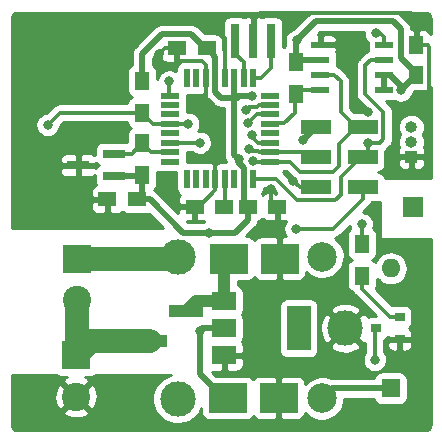
<source format=gbl>
G04 #@! TF.GenerationSoftware,KiCad,Pcbnew,no-vcs-found-feba091~58~ubuntu16.04.1*
G04 #@! TF.CreationDate,2017-03-28T11:56:15+03:00*
G04 #@! TF.ProjectId,led_strip_actuator_node,6C65645F73747269705F616374756174,rev?*
G04 #@! TF.FileFunction,Copper,L2,Bot,Signal*
G04 #@! TF.FilePolarity,Positive*
%FSLAX46Y46*%
G04 Gerber Fmt 4.6, Leading zero omitted, Abs format (unit mm)*
G04 Created by KiCad (PCBNEW no-vcs-found-feba091~58~ubuntu16.04.1) date Tue Mar 28 11:56:15 2017*
%MOMM*%
%LPD*%
G01*
G04 APERTURE LIST*
%ADD10C,0.100000*%
%ADD11C,0.800000*%
%ADD12R,3.000000X1.000000*%
%ADD13R,1.500000X1.250000*%
%ADD14R,1.250000X1.500000*%
%ADD15R,3.200000X2.500000*%
%ADD16R,2.500000X1.270000*%
%ADD17O,1.600000X1.600000*%
%ADD18R,1.600000X1.600000*%
%ADD19R,1.600000X0.550000*%
%ADD20R,0.550000X1.600000*%
%ADD21R,1.700000X1.700000*%
%ADD22R,0.900000X0.800000*%
%ADD23R,1.300000X1.500000*%
%ADD24C,2.500000*%
%ADD25C,3.000000*%
%ADD26R,1.550000X0.600000*%
%ADD27R,1.900000X0.800000*%
%ADD28R,2.000000X1.500000*%
%ADD29R,2.000000X3.800000*%
%ADD30R,2.400000X2.400000*%
%ADD31C,2.400000*%
%ADD32R,0.800000X3.000000*%
%ADD33O,1.000000X1.000000*%
%ADD34R,1.000000X1.000000*%
%ADD35C,0.350000*%
%ADD36C,0.500000*%
%ADD37C,1.000000*%
%ADD38C,2.000000*%
%ADD39C,0.254000*%
G04 APERTURE END LIST*
D10*
D11*
X146700000Y-87500000D03*
X146700000Y-77900000D03*
X146700000Y-86300000D03*
X146700000Y-89900000D03*
X146700000Y-79100000D03*
X146700000Y-88700000D03*
X146700000Y-82700000D03*
X146700000Y-76700000D03*
X146700000Y-81500000D03*
X146700000Y-83900000D03*
X146700000Y-80300000D03*
X146700000Y-85100000D03*
X146700000Y-91100000D03*
X134000000Y-81300000D03*
X133000000Y-81300000D03*
X133000000Y-84300000D03*
X134000000Y-83300000D03*
X132000000Y-84300000D03*
X134000000Y-84300000D03*
X132000000Y-83300000D03*
X132000000Y-82300000D03*
X133000000Y-82300000D03*
X134000000Y-82300000D03*
X133000000Y-83300000D03*
X132000000Y-81300000D03*
X123100000Y-91300000D03*
X122100000Y-91300000D03*
X121100000Y-91300000D03*
X120100000Y-91300000D03*
X123100000Y-90300000D03*
X122100000Y-90300000D03*
X121100000Y-90300000D03*
X120100000Y-90300000D03*
X123100000Y-89300000D03*
X122100000Y-89300000D03*
X121100000Y-89300000D03*
X120100000Y-89300000D03*
X123100000Y-88300000D03*
X122100000Y-88300000D03*
X121100000Y-88300000D03*
X120100000Y-88300000D03*
X112400000Y-74600000D03*
X112400000Y-73400000D03*
X112400000Y-72200000D03*
X112400000Y-71000000D03*
X112400000Y-69800000D03*
X112400000Y-68600000D03*
X112400000Y-67400000D03*
X112400000Y-66200000D03*
X112400000Y-65000000D03*
X112400000Y-63800000D03*
X112400000Y-62600000D03*
X112400000Y-61400000D03*
X112400000Y-60200000D03*
X112400000Y-59000000D03*
X112400000Y-57800000D03*
D12*
X123600000Y-84770000D03*
X126600000Y-82230000D03*
D13*
X134350000Y-73400000D03*
X131850000Y-73400000D03*
X128350000Y-60000000D03*
X125850000Y-60000000D03*
X129850000Y-73400000D03*
X127350000Y-73400000D03*
D14*
X146100000Y-62250000D03*
X146100000Y-59750000D03*
D13*
X119950000Y-72800000D03*
X122450000Y-72800000D03*
D15*
X130250000Y-77800000D03*
X134550000Y-77800000D03*
X134450000Y-89600000D03*
X130150000Y-89600000D03*
D16*
X141600000Y-66700000D03*
X141600000Y-69200000D03*
X141600000Y-71740000D03*
X137600000Y-71740000D03*
X137600000Y-69200000D03*
X137600000Y-66660000D03*
D17*
X143940000Y-78640000D03*
D18*
X143940000Y-88800000D03*
D19*
X125250000Y-64000000D03*
X125250000Y-64800000D03*
X125250000Y-65600000D03*
X125250000Y-66400000D03*
X125250000Y-67200000D03*
X125250000Y-68000000D03*
X125250000Y-68800000D03*
X125250000Y-69600000D03*
D20*
X126700000Y-71050000D03*
X127500000Y-71050000D03*
X128300000Y-71050000D03*
X129100000Y-71050000D03*
X129900000Y-71050000D03*
X130700000Y-71050000D03*
X131500000Y-71050000D03*
X132300000Y-71050000D03*
D19*
X133750000Y-69600000D03*
X133750000Y-68800000D03*
X133750000Y-68000000D03*
X133750000Y-67200000D03*
X133750000Y-66400000D03*
X133750000Y-65600000D03*
X133750000Y-64800000D03*
X133750000Y-64000000D03*
D20*
X132300000Y-62550000D03*
X131500000Y-62550000D03*
X130700000Y-62550000D03*
X129900000Y-62550000D03*
X129100000Y-62550000D03*
X128300000Y-62550000D03*
X127500000Y-62550000D03*
X126700000Y-62550000D03*
D21*
X145800000Y-73400000D03*
D22*
X142700000Y-83700000D03*
X144700000Y-84650000D03*
X144700000Y-82750000D03*
D23*
X135900000Y-63850000D03*
X135900000Y-61150000D03*
X141500000Y-76550000D03*
X141500000Y-79250000D03*
X122900000Y-65450000D03*
X122900000Y-62750000D03*
X122900000Y-70750000D03*
X122900000Y-68050000D03*
D24*
X138150000Y-77650000D03*
X138150000Y-89650000D03*
D25*
X140100000Y-83700000D03*
X125900000Y-77700000D03*
X125900000Y-89700000D03*
D26*
X143400000Y-63505000D03*
X143400000Y-62235000D03*
X143400000Y-60965000D03*
X143400000Y-59695000D03*
X138000000Y-59695000D03*
X138000000Y-60965000D03*
X138000000Y-62235000D03*
X138000000Y-63505000D03*
D27*
X117500000Y-69900000D03*
X120500000Y-70850000D03*
X120500000Y-68950000D03*
D28*
X129850000Y-86000000D03*
X129850000Y-81400000D03*
X129850000Y-83700000D03*
D29*
X136150000Y-83700000D03*
D30*
X117400000Y-77800000D03*
D31*
X117400000Y-81300000D03*
X117300000Y-89500000D03*
D30*
X117300000Y-86000000D03*
D32*
X130800000Y-59400000D03*
X132300000Y-59400000D03*
X133800000Y-59400000D03*
D33*
X145700000Y-66660000D03*
X145700000Y-67930000D03*
D34*
X145700000Y-69200000D03*
D11*
X128400000Y-57600000D03*
X124300000Y-60500000D03*
X142000000Y-65364998D03*
X133800000Y-71900000D03*
X135700000Y-71200000D03*
X127800002Y-83900000D03*
X136028353Y-59328353D03*
X132225021Y-64056295D03*
X144824990Y-63556337D03*
X131075010Y-69400000D03*
X128600000Y-75600000D03*
X136500000Y-67800000D03*
X132294179Y-69549988D03*
X142000000Y-68035002D03*
X135900000Y-75300000D03*
X114900000Y-66500000D03*
X126800000Y-66400000D03*
X142700000Y-58725021D03*
X131950010Y-68505204D03*
X142600000Y-86400000D03*
X125200000Y-62800000D03*
X127775010Y-68000000D03*
X141500000Y-74900000D03*
X132216086Y-67353621D03*
X131900000Y-66300000D03*
X131700000Y-65200000D03*
D35*
X129900000Y-62550000D02*
X129900000Y-59100000D01*
X129900000Y-59100000D02*
X128400000Y-57600000D01*
X124800000Y-60000000D02*
X124300000Y-60500000D01*
X125850000Y-60000000D02*
X124800000Y-60000000D01*
X129100000Y-71050000D02*
X129100000Y-67000000D01*
X129100000Y-67000000D02*
X128300000Y-66200000D01*
X128300000Y-66200000D02*
X128300000Y-62550000D01*
X138000000Y-59695000D02*
X139125000Y-59695000D01*
X139125000Y-59695000D02*
X140800000Y-61370000D01*
X140800000Y-61370000D02*
X140800000Y-64164998D01*
X140800000Y-64164998D02*
X142000000Y-65364998D01*
X146100000Y-57400000D02*
X146100000Y-59750000D01*
X132300000Y-59400000D02*
X132300000Y-57550000D01*
X132300000Y-57550000D02*
X132850000Y-57000000D01*
X132850000Y-57000000D02*
X145700000Y-57000000D01*
X145700000Y-57000000D02*
X146100000Y-57400000D01*
X146100000Y-59750000D02*
X147075000Y-59750000D01*
X147075000Y-59750000D02*
X147200001Y-59875001D01*
X147200001Y-59875001D02*
X147200001Y-68899999D01*
X147200001Y-68899999D02*
X146900000Y-69200000D01*
X146900000Y-69200000D02*
X145700000Y-69200000D01*
X129100000Y-71050000D02*
X129100000Y-72000000D01*
X129100000Y-72000000D02*
X127700000Y-73400000D01*
X127700000Y-73400000D02*
X127475000Y-73400000D01*
X127475000Y-73400000D02*
X127350000Y-73400000D01*
X133800000Y-71900000D02*
X133800000Y-72850000D01*
X133800000Y-72850000D02*
X134350000Y-73400000D01*
X137600000Y-71740000D02*
X136240000Y-71740000D01*
X136240000Y-71740000D02*
X135700000Y-71200000D01*
X128300000Y-62550000D02*
X128300000Y-61400000D01*
X128300000Y-61400000D02*
X128000001Y-61100001D01*
X128000001Y-61100001D02*
X126000001Y-61100001D01*
X126000001Y-61100001D02*
X125975000Y-61075000D01*
X125975000Y-61075000D02*
X125975000Y-60000000D01*
X125975000Y-60000000D02*
X125850000Y-60000000D01*
D36*
X127800002Y-87600002D02*
X127800002Y-83900000D01*
X129800000Y-89600000D02*
X127800002Y-87600002D01*
X128000002Y-83700000D02*
X127800002Y-83900000D01*
X129850000Y-83700000D02*
X128000002Y-83700000D01*
X130150000Y-89600000D02*
X129800000Y-89600000D01*
X135900000Y-59456706D02*
X136028353Y-59328353D01*
X135900000Y-61150000D02*
X135900000Y-59456706D01*
X144125011Y-57725011D02*
X137631695Y-57725011D01*
X144800000Y-58400000D02*
X144125011Y-57725011D01*
X146100000Y-62125000D02*
X144800000Y-60825000D01*
X144800000Y-60825000D02*
X144800000Y-58400000D01*
X137631695Y-57725011D02*
X136028353Y-59328353D01*
X146100000Y-62250000D02*
X146100000Y-62125000D01*
X130918887Y-64168889D02*
X131031481Y-64056295D01*
X131031481Y-64056295D02*
X132225021Y-64056295D01*
X127049999Y-58824999D02*
X128225000Y-60000000D01*
X124568997Y-58824999D02*
X127049999Y-58824999D01*
X128225000Y-60000000D02*
X128350000Y-60000000D01*
X122900000Y-60493996D02*
X124568997Y-58824999D01*
X122900000Y-62750000D02*
X122900000Y-60493996D01*
X130918887Y-64168889D02*
X130675011Y-64412765D01*
X130675011Y-64412765D02*
X130675011Y-69000001D01*
X130675011Y-69000001D02*
X131075010Y-69400000D01*
X130918887Y-64168889D02*
X130700000Y-64168889D01*
X130700000Y-64168889D02*
X129568889Y-64168889D01*
X129100000Y-63700000D02*
X129100000Y-62550000D01*
X129568889Y-64168889D02*
X129100000Y-63700000D01*
X130700000Y-62550000D02*
X130700000Y-64168889D01*
X144824990Y-63556337D02*
X144824990Y-63525010D01*
X144824990Y-63525010D02*
X146100000Y-62250000D01*
X144824990Y-63184990D02*
X144824990Y-63556337D01*
X143400000Y-62235000D02*
X143875000Y-62235000D01*
X143875000Y-62235000D02*
X144824990Y-63184990D01*
X128600000Y-75600000D02*
X126350000Y-75600000D01*
X126350000Y-75600000D02*
X123550000Y-72800000D01*
X131850000Y-73400000D02*
X131850000Y-74525000D01*
X131850000Y-74525000D02*
X130775000Y-75600000D01*
X130775000Y-75600000D02*
X128600000Y-75600000D01*
X131000000Y-69400000D02*
X131075010Y-69400000D01*
X122450000Y-72800000D02*
X123550000Y-72800000D01*
X131725000Y-73400000D02*
X131850000Y-73400000D01*
X131000000Y-69400000D02*
X131000000Y-69595002D01*
X137600000Y-66660000D02*
X137600000Y-66700000D01*
X137600000Y-66700000D02*
X136500000Y-67800000D01*
X131000000Y-69595002D02*
X131500000Y-70095002D01*
X131500000Y-70095002D02*
X131500000Y-71050000D01*
X129100000Y-62550000D02*
X129100000Y-60750000D01*
X129100000Y-60750000D02*
X128350000Y-60000000D01*
X143400000Y-62235000D02*
X143400000Y-63505000D01*
X138000000Y-60965000D02*
X136085000Y-60965000D01*
X136085000Y-60965000D02*
X135900000Y-61150000D01*
X131500000Y-71050000D02*
X131500000Y-73050000D01*
X131500000Y-73050000D02*
X131850000Y-73400000D01*
X120500000Y-70850000D02*
X122800000Y-70850000D01*
X122800000Y-70850000D02*
X122900000Y-70750000D01*
X122900000Y-70750000D02*
X122900000Y-72350000D01*
X122900000Y-72350000D02*
X122450000Y-72800000D01*
D35*
X129900000Y-71050000D02*
X129900000Y-73000000D01*
X129900000Y-73000000D02*
X129500000Y-73400000D01*
D37*
X129850000Y-81400000D02*
X129850000Y-78200000D01*
X129850000Y-78200000D02*
X130250000Y-77800000D01*
X129850000Y-81400000D02*
X127430000Y-81400000D01*
X127430000Y-81400000D02*
X126600000Y-82230000D01*
D35*
X138000000Y-62235000D02*
X139125000Y-62235000D01*
X139125000Y-62235000D02*
X139700000Y-62810000D01*
X139700000Y-62810000D02*
X139700000Y-65415000D01*
X139700000Y-65415000D02*
X140985000Y-66700000D01*
X132344191Y-69600000D02*
X132294179Y-69549988D01*
X133750000Y-69600000D02*
X132344191Y-69600000D01*
X140985000Y-66700000D02*
X141600000Y-66700000D01*
X139600000Y-68085000D02*
X140985000Y-66700000D01*
X139600000Y-69940002D02*
X139600000Y-68085000D01*
X139040002Y-70500000D02*
X139600000Y-69940002D01*
X136295004Y-70500000D02*
X139040002Y-70500000D01*
X135395004Y-69600000D02*
X136295004Y-70500000D01*
X133750000Y-69600000D02*
X135395004Y-69600000D01*
X143400000Y-60965000D02*
X142275000Y-60965000D01*
X142275000Y-60965000D02*
X141800000Y-61440000D01*
X141800000Y-61440000D02*
X141800000Y-63869994D01*
X141800000Y-63869994D02*
X143325001Y-65394995D01*
X143325001Y-65394995D02*
X143325001Y-67715001D01*
X143325001Y-67715001D02*
X143005000Y-68035002D01*
X143005000Y-68035002D02*
X142000000Y-68035002D01*
X139700000Y-70899998D02*
X141399998Y-69200000D01*
X139700000Y-72380002D02*
X139700000Y-70899998D01*
X136045003Y-72850001D02*
X139230001Y-72850001D01*
X134220001Y-71024999D02*
X136045003Y-72850001D01*
X132950001Y-71024999D02*
X134220001Y-71024999D01*
X132925000Y-71050000D02*
X132950001Y-71024999D01*
X141399998Y-69200000D02*
X141600000Y-69200000D01*
X139230001Y-72850001D02*
X139700000Y-72380002D01*
X132300000Y-71050000D02*
X132925000Y-71050000D01*
X142215000Y-69200000D02*
X141600000Y-69200000D01*
X142000000Y-68035002D02*
X142000000Y-68800000D01*
X142000000Y-68800000D02*
X141600000Y-69200000D01*
X139025000Y-75300000D02*
X135900000Y-75300000D01*
X141600000Y-72725000D02*
X139025000Y-75300000D01*
X141600000Y-71740000D02*
X141600000Y-72725000D01*
X122900000Y-65450000D02*
X115950000Y-65450000D01*
X115950000Y-65450000D02*
X114900000Y-66500000D01*
X126800000Y-66400000D02*
X125250000Y-66400000D01*
X125250000Y-66400000D02*
X123850000Y-66400000D01*
X123850000Y-66400000D02*
X122900000Y-65450000D01*
X143080021Y-58725021D02*
X142700000Y-58725021D01*
X143400000Y-59045000D02*
X143080021Y-58725021D01*
X143400000Y-59695000D02*
X143400000Y-59045000D01*
X132693614Y-68674985D02*
X132119791Y-68674985D01*
X133750000Y-68800000D02*
X132818629Y-68800000D01*
X132818629Y-68800000D02*
X132693614Y-68674985D01*
X132119791Y-68674985D02*
X131950010Y-68505204D01*
X137200000Y-68800000D02*
X137600000Y-69200000D01*
X133750000Y-68800000D02*
X137200000Y-68800000D01*
X142600000Y-86400000D02*
X142600000Y-83800000D01*
X142600000Y-83800000D02*
X142700000Y-83700000D01*
X125200000Y-62800000D02*
X125200000Y-63950000D01*
X125200000Y-63950000D02*
X125250000Y-64000000D01*
X125250000Y-68000000D02*
X127775010Y-68000000D01*
X141500000Y-76550000D02*
X141500000Y-74900000D01*
X120500000Y-68950000D02*
X122000000Y-68950000D01*
X122000000Y-68950000D02*
X122900000Y-68050000D01*
X125250000Y-68800000D02*
X123650000Y-68800000D01*
X123650000Y-68800000D02*
X122900000Y-68050000D01*
X132216086Y-67478533D02*
X132216086Y-67353621D01*
X132737553Y-68000000D02*
X132216086Y-67478533D01*
X133750000Y-68000000D02*
X132737553Y-68000000D01*
X133750000Y-66400000D02*
X133799999Y-66350001D01*
X133799999Y-66350001D02*
X134930001Y-66350001D01*
X134930001Y-66350001D02*
X135800000Y-65480002D01*
X135800000Y-65480002D02*
X135800000Y-63950000D01*
X135800000Y-63950000D02*
X135900000Y-63850000D01*
X138000000Y-63505000D02*
X136245000Y-63505000D01*
X136245000Y-63505000D02*
X135900000Y-63850000D01*
X132300000Y-62550000D02*
X132925000Y-62550000D01*
X132925000Y-62550000D02*
X133800000Y-61675000D01*
X133800000Y-61675000D02*
X133800000Y-59400000D01*
X130800000Y-59400000D02*
X130800000Y-60500000D01*
X130800000Y-60500000D02*
X131500000Y-61200000D01*
X131500000Y-61200000D02*
X131500000Y-62550000D01*
D38*
X123600000Y-84770000D02*
X118530000Y-84770000D01*
X118530000Y-84770000D02*
X117300000Y-86000000D01*
X117400000Y-81300000D02*
X117400000Y-85900000D01*
X117400000Y-85900000D02*
X117300000Y-86000000D01*
D35*
X144700000Y-82750000D02*
X143900000Y-82750000D01*
X143900000Y-82750000D02*
X141500000Y-80350000D01*
X141500000Y-80350000D02*
X141500000Y-79250000D01*
D38*
X117400000Y-77800000D02*
X125800000Y-77800000D01*
D35*
X125800000Y-77800000D02*
X125900000Y-77700000D01*
X133750000Y-65600000D02*
X132600000Y-65600000D01*
X132600000Y-65600000D02*
X131900000Y-66300000D01*
X131950011Y-64949989D02*
X131700000Y-65200000D01*
X132615696Y-64949989D02*
X131950011Y-64949989D01*
X132765685Y-64800000D02*
X132615696Y-64949989D01*
X133750000Y-64800000D02*
X132765685Y-64800000D01*
D36*
X143940000Y-88800000D02*
X139000000Y-88800000D01*
X139000000Y-88800000D02*
X138150000Y-89650000D01*
D39*
G36*
X143073000Y-76000000D02*
X143082667Y-76048601D01*
X143110197Y-76089803D01*
X143151399Y-76117333D01*
X143200000Y-76127000D01*
X147315000Y-76127000D01*
X147315000Y-91866497D01*
X147303874Y-91979969D01*
X147280650Y-92056890D01*
X147242925Y-92127841D01*
X147192142Y-92190108D01*
X147130228Y-92241327D01*
X147059547Y-92279544D01*
X146982788Y-92303306D01*
X146871521Y-92315000D01*
X112333503Y-92315000D01*
X112220031Y-92303874D01*
X112143110Y-92280650D01*
X112072159Y-92242925D01*
X112009892Y-92192142D01*
X111958673Y-92130228D01*
X111920456Y-92059547D01*
X111896694Y-91982788D01*
X111885000Y-91871521D01*
X111885000Y-90777980D01*
X116201626Y-90777980D01*
X116321514Y-91062836D01*
X116645210Y-91223699D01*
X116994069Y-91318322D01*
X117354684Y-91343067D01*
X117713198Y-91296985D01*
X118055833Y-91181846D01*
X118278486Y-91062836D01*
X118398374Y-90777980D01*
X117300000Y-89679605D01*
X116201626Y-90777980D01*
X111885000Y-90777980D01*
X111885000Y-89554684D01*
X115456933Y-89554684D01*
X115503015Y-89913198D01*
X115618154Y-90255833D01*
X115737164Y-90478486D01*
X116022020Y-90598374D01*
X117120395Y-89500000D01*
X117479605Y-89500000D01*
X118577980Y-90598374D01*
X118862836Y-90478486D01*
X119023699Y-90154790D01*
X119118322Y-89805931D01*
X119143067Y-89445316D01*
X119096985Y-89086802D01*
X118981846Y-88744167D01*
X118862836Y-88521514D01*
X118577980Y-88401626D01*
X117479605Y-89500000D01*
X117120395Y-89500000D01*
X116022020Y-88401626D01*
X115737164Y-88521514D01*
X115576301Y-88845210D01*
X115481678Y-89194069D01*
X115456933Y-89554684D01*
X111885000Y-89554684D01*
X111885000Y-87627000D01*
X115628967Y-87627000D01*
X115648815Y-87651185D01*
X115745506Y-87730537D01*
X115855820Y-87789502D01*
X115975518Y-87825812D01*
X116100000Y-87838072D01*
X116506903Y-87838072D01*
X116321514Y-87937164D01*
X116201626Y-88222020D01*
X117300000Y-89320395D01*
X118398374Y-88222020D01*
X118278486Y-87937164D01*
X118079088Y-87838072D01*
X118500000Y-87838072D01*
X118624482Y-87825812D01*
X118744180Y-87789502D01*
X118854494Y-87730537D01*
X118951185Y-87651185D01*
X118971033Y-87627000D01*
X125372681Y-87627000D01*
X125294284Y-87641955D01*
X124906077Y-87798801D01*
X124555728Y-88028063D01*
X124256582Y-88321008D01*
X124020033Y-88666479D01*
X123855091Y-89051317D01*
X123768040Y-89460862D01*
X123762194Y-89879517D01*
X123837776Y-90291333D01*
X123991908Y-90680626D01*
X124218719Y-91032567D01*
X124509569Y-91333751D01*
X124853380Y-91572706D01*
X125237057Y-91740330D01*
X125645984Y-91830239D01*
X126064588Y-91839007D01*
X126476922Y-91766302D01*
X126867281Y-91614891D01*
X127220797Y-91390543D01*
X127524004Y-91101803D01*
X127765354Y-90759668D01*
X127911928Y-90430456D01*
X127911928Y-90850000D01*
X127924188Y-90974482D01*
X127960498Y-91094180D01*
X128019463Y-91204494D01*
X128098815Y-91301185D01*
X128195506Y-91380537D01*
X128305820Y-91439502D01*
X128425518Y-91475812D01*
X128550000Y-91488072D01*
X131750000Y-91488072D01*
X131874482Y-91475812D01*
X131994180Y-91439502D01*
X132104494Y-91380537D01*
X132201185Y-91301185D01*
X132280537Y-91204494D01*
X132299479Y-91169057D01*
X132356763Y-91254789D01*
X132445211Y-91343237D01*
X132549215Y-91412730D01*
X132664777Y-91460597D01*
X132787458Y-91485000D01*
X134164250Y-91485000D01*
X134323000Y-91326250D01*
X134323000Y-89727000D01*
X134303000Y-89727000D01*
X134303000Y-89473000D01*
X134323000Y-89473000D01*
X134323000Y-87873750D01*
X134577000Y-87873750D01*
X134577000Y-89473000D01*
X134597000Y-89473000D01*
X134597000Y-89727000D01*
X134577000Y-89727000D01*
X134577000Y-91326250D01*
X134735750Y-91485000D01*
X136112542Y-91485000D01*
X136235223Y-91460597D01*
X136350785Y-91412730D01*
X136454789Y-91343237D01*
X136543237Y-91254789D01*
X136612730Y-91150785D01*
X136660597Y-91035223D01*
X136685000Y-90912542D01*
X136685000Y-90846629D01*
X136922382Y-91092446D01*
X137225935Y-91303420D01*
X137564684Y-91451416D01*
X137925729Y-91530797D01*
X138295315Y-91538539D01*
X138659367Y-91474346D01*
X139004017Y-91340666D01*
X139316137Y-91142588D01*
X139583840Y-90887658D01*
X139796929Y-90585586D01*
X139947286Y-90247877D01*
X140029185Y-89887396D01*
X140032011Y-89685000D01*
X142510299Y-89685000D01*
X142514188Y-89724482D01*
X142550498Y-89844180D01*
X142609463Y-89954494D01*
X142688815Y-90051185D01*
X142785506Y-90130537D01*
X142895820Y-90189502D01*
X143015518Y-90225812D01*
X143140000Y-90238072D01*
X144740000Y-90238072D01*
X144864482Y-90225812D01*
X144984180Y-90189502D01*
X145094494Y-90130537D01*
X145191185Y-90051185D01*
X145270537Y-89954494D01*
X145329502Y-89844180D01*
X145365812Y-89724482D01*
X145378072Y-89600000D01*
X145378072Y-88000000D01*
X145365812Y-87875518D01*
X145329502Y-87755820D01*
X145270537Y-87645506D01*
X145191185Y-87548815D01*
X145094494Y-87469463D01*
X144984180Y-87410498D01*
X144864482Y-87374188D01*
X144740000Y-87361928D01*
X143140000Y-87361928D01*
X143015518Y-87374188D01*
X142895820Y-87410498D01*
X142785506Y-87469463D01*
X142688815Y-87548815D01*
X142609463Y-87645506D01*
X142550498Y-87755820D01*
X142514188Y-87875518D01*
X142510299Y-87915000D01*
X139000000Y-87915000D01*
X138918685Y-87922973D01*
X138908265Y-87923885D01*
X138710107Y-87840587D01*
X138347990Y-87766255D01*
X137978331Y-87763674D01*
X137615211Y-87832943D01*
X137272461Y-87971423D01*
X136963137Y-88173840D01*
X136699019Y-88432482D01*
X136685000Y-88452956D01*
X136685000Y-88287458D01*
X136660597Y-88164777D01*
X136612730Y-88049215D01*
X136543237Y-87945211D01*
X136454789Y-87856763D01*
X136350785Y-87787270D01*
X136235223Y-87739403D01*
X136112542Y-87715000D01*
X134735750Y-87715000D01*
X134577000Y-87873750D01*
X134323000Y-87873750D01*
X134164250Y-87715000D01*
X132787458Y-87715000D01*
X132664777Y-87739403D01*
X132549215Y-87787270D01*
X132445211Y-87856763D01*
X132356763Y-87945211D01*
X132299479Y-88030943D01*
X132280537Y-87995506D01*
X132201185Y-87898815D01*
X132104494Y-87819463D01*
X131994180Y-87760498D01*
X131874482Y-87724188D01*
X131750000Y-87711928D01*
X129163508Y-87711928D01*
X128836580Y-87385000D01*
X129564250Y-87385000D01*
X129723000Y-87226250D01*
X129723000Y-86127000D01*
X129977000Y-86127000D01*
X129977000Y-87226250D01*
X130135750Y-87385000D01*
X130912542Y-87385000D01*
X131035223Y-87360597D01*
X131150785Y-87312730D01*
X131254789Y-87243237D01*
X131343237Y-87154789D01*
X131412730Y-87050785D01*
X131460597Y-86935223D01*
X131485000Y-86812542D01*
X131485000Y-86285750D01*
X131326250Y-86127000D01*
X129977000Y-86127000D01*
X129723000Y-86127000D01*
X129703000Y-86127000D01*
X129703000Y-85873000D01*
X129723000Y-85873000D01*
X129723000Y-85853000D01*
X129977000Y-85853000D01*
X129977000Y-85873000D01*
X131326250Y-85873000D01*
X131485000Y-85714250D01*
X131485000Y-85187458D01*
X131460597Y-85064777D01*
X131412730Y-84949215D01*
X131344980Y-84847820D01*
X131380537Y-84804494D01*
X131439502Y-84694180D01*
X131475812Y-84574482D01*
X131488072Y-84450000D01*
X131488072Y-82950000D01*
X131475812Y-82825518D01*
X131439502Y-82705820D01*
X131380537Y-82595506D01*
X131343191Y-82550000D01*
X131380537Y-82504494D01*
X131439502Y-82394180D01*
X131475812Y-82274482D01*
X131488072Y-82150000D01*
X131488072Y-81800000D01*
X134511928Y-81800000D01*
X134511928Y-85600000D01*
X134524188Y-85724482D01*
X134560498Y-85844180D01*
X134619463Y-85954494D01*
X134698815Y-86051185D01*
X134795506Y-86130537D01*
X134905820Y-86189502D01*
X135025518Y-86225812D01*
X135150000Y-86238072D01*
X137150000Y-86238072D01*
X137274482Y-86225812D01*
X137394180Y-86189502D01*
X137504494Y-86130537D01*
X137601185Y-86051185D01*
X137680537Y-85954494D01*
X137739502Y-85844180D01*
X137775812Y-85724482D01*
X137788072Y-85600000D01*
X137788072Y-85191653D01*
X138787952Y-85191653D01*
X138943962Y-85507214D01*
X139318745Y-85698020D01*
X139723551Y-85812044D01*
X140142824Y-85844902D01*
X140560451Y-85795334D01*
X140960383Y-85665243D01*
X141256038Y-85507214D01*
X141412048Y-85191653D01*
X140100000Y-83879605D01*
X138787952Y-85191653D01*
X137788072Y-85191653D01*
X137788072Y-83742824D01*
X137955098Y-83742824D01*
X138004666Y-84160451D01*
X138134757Y-84560383D01*
X138292786Y-84856038D01*
X138608347Y-85012048D01*
X139920395Y-83700000D01*
X138608347Y-82387952D01*
X138292786Y-82543962D01*
X138101980Y-82918745D01*
X137987956Y-83323551D01*
X137955098Y-83742824D01*
X137788072Y-83742824D01*
X137788072Y-82208347D01*
X138787952Y-82208347D01*
X140100000Y-83520395D01*
X141412048Y-82208347D01*
X141256038Y-81892786D01*
X140881255Y-81701980D01*
X140476449Y-81587956D01*
X140057176Y-81555098D01*
X139639549Y-81604666D01*
X139239617Y-81734757D01*
X138943962Y-81892786D01*
X138787952Y-82208347D01*
X137788072Y-82208347D01*
X137788072Y-81800000D01*
X137775812Y-81675518D01*
X137739502Y-81555820D01*
X137680537Y-81445506D01*
X137601185Y-81348815D01*
X137504494Y-81269463D01*
X137394180Y-81210498D01*
X137274482Y-81174188D01*
X137150000Y-81161928D01*
X135150000Y-81161928D01*
X135025518Y-81174188D01*
X134905820Y-81210498D01*
X134795506Y-81269463D01*
X134698815Y-81348815D01*
X134619463Y-81445506D01*
X134560498Y-81555820D01*
X134524188Y-81675518D01*
X134511928Y-81800000D01*
X131488072Y-81800000D01*
X131488072Y-80650000D01*
X131475812Y-80525518D01*
X131439502Y-80405820D01*
X131380537Y-80295506D01*
X131301185Y-80198815D01*
X131204494Y-80119463D01*
X131094180Y-80060498D01*
X130985000Y-80027379D01*
X130985000Y-79688072D01*
X131850000Y-79688072D01*
X131974482Y-79675812D01*
X132094180Y-79639502D01*
X132204494Y-79580537D01*
X132301185Y-79501185D01*
X132380537Y-79404494D01*
X132399479Y-79369057D01*
X132456763Y-79454789D01*
X132545211Y-79543237D01*
X132649215Y-79612730D01*
X132764777Y-79660597D01*
X132887458Y-79685000D01*
X134264250Y-79685000D01*
X134423000Y-79526250D01*
X134423000Y-77927000D01*
X134403000Y-77927000D01*
X134403000Y-77673000D01*
X134423000Y-77673000D01*
X134423000Y-76073750D01*
X134264250Y-75915000D01*
X132887458Y-75915000D01*
X132764777Y-75939403D01*
X132649215Y-75987270D01*
X132545211Y-76056763D01*
X132456763Y-76145211D01*
X132399479Y-76230943D01*
X132380537Y-76195506D01*
X132301185Y-76098815D01*
X132204494Y-76019463D01*
X132094180Y-75960498D01*
X131974482Y-75924188D01*
X131850000Y-75911928D01*
X131714652Y-75911928D01*
X132475790Y-75150789D01*
X132527677Y-75087620D01*
X132580225Y-75024996D01*
X132582468Y-75020916D01*
X132585421Y-75017321D01*
X132624032Y-74945313D01*
X132663435Y-74873639D01*
X132664843Y-74869200D01*
X132667041Y-74865101D01*
X132690927Y-74786974D01*
X132715661Y-74709002D01*
X132716180Y-74704374D01*
X132717540Y-74699926D01*
X132722509Y-74651006D01*
X132724482Y-74650812D01*
X132844180Y-74614502D01*
X132954494Y-74555537D01*
X133051185Y-74476185D01*
X133098908Y-74418034D01*
X133106763Y-74429789D01*
X133195211Y-74518237D01*
X133299215Y-74587730D01*
X133414777Y-74635597D01*
X133537458Y-74660000D01*
X134064250Y-74660000D01*
X134223000Y-74501250D01*
X134223000Y-73527000D01*
X134203000Y-73527000D01*
X134203000Y-73273000D01*
X134223000Y-73273000D01*
X134223000Y-73253000D01*
X134477000Y-73253000D01*
X134477000Y-73273000D01*
X134497000Y-73273000D01*
X134497000Y-73527000D01*
X134477000Y-73527000D01*
X134477000Y-74501250D01*
X134635750Y-74660000D01*
X135083791Y-74660000D01*
X134988634Y-74798972D01*
X134908674Y-74985533D01*
X134866473Y-75184071D01*
X134863639Y-75387026D01*
X134900280Y-75586665D01*
X134975000Y-75775386D01*
X135064975Y-75915000D01*
X134835750Y-75915000D01*
X134677000Y-76073750D01*
X134677000Y-77673000D01*
X134697000Y-77673000D01*
X134697000Y-77927000D01*
X134677000Y-77927000D01*
X134677000Y-79526250D01*
X134835750Y-79685000D01*
X136212542Y-79685000D01*
X136335223Y-79660597D01*
X136450785Y-79612730D01*
X136554789Y-79543237D01*
X136643237Y-79454789D01*
X136712730Y-79350785D01*
X136760597Y-79235223D01*
X136785000Y-79112542D01*
X136785000Y-78950182D01*
X136922382Y-79092446D01*
X137225935Y-79303420D01*
X137564684Y-79451416D01*
X137925729Y-79530797D01*
X138295315Y-79538539D01*
X138659367Y-79474346D01*
X139004017Y-79340666D01*
X139316137Y-79142588D01*
X139583840Y-78887658D01*
X139796929Y-78585586D01*
X139947286Y-78247877D01*
X140029185Y-77887396D01*
X140035081Y-77465166D01*
X139963279Y-77102539D01*
X139822410Y-76760764D01*
X139617839Y-76452860D01*
X139357358Y-76190555D01*
X139204940Y-76087747D01*
X139253962Y-76072947D01*
X139325808Y-76052074D01*
X139329593Y-76050112D01*
X139333667Y-76048882D01*
X139399689Y-76013777D01*
X139466158Y-75979323D01*
X139469488Y-75976665D01*
X139473247Y-75974666D01*
X139531225Y-75927380D01*
X139589704Y-75880697D01*
X139595627Y-75874855D01*
X139595754Y-75874752D01*
X139595851Y-75874635D01*
X139597756Y-75872756D01*
X140466717Y-75003796D01*
X140500280Y-75186665D01*
X140526502Y-75252895D01*
X140495506Y-75269463D01*
X140398815Y-75348815D01*
X140319463Y-75445506D01*
X140260498Y-75555820D01*
X140224188Y-75675518D01*
X140211928Y-75800000D01*
X140211928Y-77300000D01*
X140224188Y-77424482D01*
X140260498Y-77544180D01*
X140319463Y-77654494D01*
X140398815Y-77751185D01*
X140495506Y-77830537D01*
X140605820Y-77889502D01*
X140640427Y-77900000D01*
X140605820Y-77910498D01*
X140495506Y-77969463D01*
X140398815Y-78048815D01*
X140319463Y-78145506D01*
X140260498Y-78255820D01*
X140224188Y-78375518D01*
X140211928Y-78500000D01*
X140211928Y-80000000D01*
X140224188Y-80124482D01*
X140260498Y-80244180D01*
X140319463Y-80354494D01*
X140398815Y-80451185D01*
X140495506Y-80530537D01*
X140605820Y-80589502D01*
X140725518Y-80625812D01*
X140741110Y-80627348D01*
X140747926Y-80650808D01*
X140749888Y-80654593D01*
X140751118Y-80658667D01*
X140786223Y-80724689D01*
X140820677Y-80791158D01*
X140823335Y-80794488D01*
X140825334Y-80798247D01*
X140872620Y-80856225D01*
X140919303Y-80914704D01*
X140925145Y-80920627D01*
X140925248Y-80920754D01*
X140925365Y-80920851D01*
X140927244Y-80922756D01*
X142666415Y-82661928D01*
X142250000Y-82661928D01*
X142125518Y-82674188D01*
X142005820Y-82710498D01*
X141998360Y-82714486D01*
X141907214Y-82543962D01*
X141591653Y-82387952D01*
X140279605Y-83700000D01*
X141591653Y-85012048D01*
X141790000Y-84913987D01*
X141790000Y-85750932D01*
X141688634Y-85898972D01*
X141608674Y-86085533D01*
X141566473Y-86284071D01*
X141563639Y-86487026D01*
X141600280Y-86686665D01*
X141675000Y-86875386D01*
X141784953Y-87045999D01*
X141925950Y-87192006D01*
X142092622Y-87307846D01*
X142278620Y-87389106D01*
X142476859Y-87432692D01*
X142679788Y-87436943D01*
X142879679Y-87401697D01*
X143068916Y-87328296D01*
X143240293Y-87219537D01*
X143387281Y-87079563D01*
X143504282Y-86913703D01*
X143586839Y-86728278D01*
X143631807Y-86530348D01*
X143635044Y-86298513D01*
X143595620Y-86099405D01*
X143518273Y-85911746D01*
X143410000Y-85748783D01*
X143410000Y-84935750D01*
X143615000Y-84935750D01*
X143615000Y-85112542D01*
X143639403Y-85235223D01*
X143687270Y-85350785D01*
X143756763Y-85454789D01*
X143845211Y-85543237D01*
X143949215Y-85612730D01*
X144064777Y-85660597D01*
X144187458Y-85685000D01*
X144414250Y-85685000D01*
X144573000Y-85526250D01*
X144573000Y-84777000D01*
X144827000Y-84777000D01*
X144827000Y-85526250D01*
X144985750Y-85685000D01*
X145212542Y-85685000D01*
X145335223Y-85660597D01*
X145450785Y-85612730D01*
X145554789Y-85543237D01*
X145643237Y-85454789D01*
X145712730Y-85350785D01*
X145760597Y-85235223D01*
X145785000Y-85112542D01*
X145785000Y-84935750D01*
X145626250Y-84777000D01*
X144827000Y-84777000D01*
X144573000Y-84777000D01*
X143773750Y-84777000D01*
X143615000Y-84935750D01*
X143410000Y-84935750D01*
X143410000Y-84681046D01*
X143504494Y-84630537D01*
X143601185Y-84551185D01*
X143680537Y-84454494D01*
X143689143Y-84438393D01*
X143773750Y-84523000D01*
X144573000Y-84523000D01*
X144573000Y-84503000D01*
X144827000Y-84503000D01*
X144827000Y-84523000D01*
X145626250Y-84523000D01*
X145785000Y-84364250D01*
X145785000Y-84187458D01*
X145760597Y-84064777D01*
X145712730Y-83949215D01*
X145643237Y-83845211D01*
X145554789Y-83756763D01*
X145469057Y-83699479D01*
X145504494Y-83680537D01*
X145601185Y-83601185D01*
X145680537Y-83504494D01*
X145739502Y-83394180D01*
X145775812Y-83274482D01*
X145788072Y-83150000D01*
X145788072Y-82350000D01*
X145775812Y-82225518D01*
X145739502Y-82105820D01*
X145680537Y-81995506D01*
X145601185Y-81898815D01*
X145504494Y-81819463D01*
X145394180Y-81760498D01*
X145274482Y-81724188D01*
X145150000Y-81711928D01*
X144250000Y-81711928D01*
X144125518Y-81724188D01*
X144044329Y-81748816D01*
X142666775Y-80371263D01*
X142680537Y-80354494D01*
X142739502Y-80244180D01*
X142775812Y-80124482D01*
X142788072Y-80000000D01*
X142788072Y-79494168D01*
X142921766Y-79658093D01*
X143137558Y-79836612D01*
X143383915Y-79969817D01*
X143651453Y-80052633D01*
X143929982Y-80081908D01*
X144208892Y-80056525D01*
X144477560Y-79977452D01*
X144725753Y-79847700D01*
X144944017Y-79672211D01*
X145124038Y-79457671D01*
X145258959Y-79212250D01*
X145343642Y-78945296D01*
X145374860Y-78666979D01*
X145375000Y-78646943D01*
X145375000Y-78633057D01*
X145347671Y-78354331D01*
X145266724Y-78086221D01*
X145135242Y-77838940D01*
X144958234Y-77621907D01*
X144742442Y-77443388D01*
X144496085Y-77310183D01*
X144228547Y-77227367D01*
X143950018Y-77198092D01*
X143671108Y-77223475D01*
X143402440Y-77302548D01*
X143154247Y-77432300D01*
X142935983Y-77607789D01*
X142755962Y-77822329D01*
X142621041Y-78067750D01*
X142619838Y-78071543D01*
X142601185Y-78048815D01*
X142504494Y-77969463D01*
X142394180Y-77910498D01*
X142359573Y-77900000D01*
X142394180Y-77889502D01*
X142504494Y-77830537D01*
X142601185Y-77751185D01*
X142680537Y-77654494D01*
X142739502Y-77544180D01*
X142775812Y-77424482D01*
X142788072Y-77300000D01*
X142788072Y-75800000D01*
X142775812Y-75675518D01*
X142739502Y-75555820D01*
X142680537Y-75445506D01*
X142601185Y-75348815D01*
X142504494Y-75269463D01*
X142475421Y-75253923D01*
X142486839Y-75228278D01*
X142531807Y-75030348D01*
X142535044Y-74798513D01*
X142495620Y-74599405D01*
X142418273Y-74411746D01*
X142305948Y-74242684D01*
X142162926Y-74098660D01*
X141994653Y-73985158D01*
X141807539Y-73906503D01*
X141608710Y-73865689D01*
X141604851Y-73865662D01*
X142172757Y-73297756D01*
X142220263Y-73239921D01*
X142268342Y-73182623D01*
X142270393Y-73178892D01*
X142273098Y-73175599D01*
X142308447Y-73109672D01*
X142344500Y-73044093D01*
X142345789Y-73040030D01*
X142347800Y-73036279D01*
X142354895Y-73013072D01*
X142850000Y-73013072D01*
X142974482Y-73000812D01*
X143073000Y-72970927D01*
X143073000Y-76000000D01*
X143073000Y-76000000D01*
G37*
X143073000Y-76000000D02*
X143082667Y-76048601D01*
X143110197Y-76089803D01*
X143151399Y-76117333D01*
X143200000Y-76127000D01*
X147315000Y-76127000D01*
X147315000Y-91866497D01*
X147303874Y-91979969D01*
X147280650Y-92056890D01*
X147242925Y-92127841D01*
X147192142Y-92190108D01*
X147130228Y-92241327D01*
X147059547Y-92279544D01*
X146982788Y-92303306D01*
X146871521Y-92315000D01*
X112333503Y-92315000D01*
X112220031Y-92303874D01*
X112143110Y-92280650D01*
X112072159Y-92242925D01*
X112009892Y-92192142D01*
X111958673Y-92130228D01*
X111920456Y-92059547D01*
X111896694Y-91982788D01*
X111885000Y-91871521D01*
X111885000Y-90777980D01*
X116201626Y-90777980D01*
X116321514Y-91062836D01*
X116645210Y-91223699D01*
X116994069Y-91318322D01*
X117354684Y-91343067D01*
X117713198Y-91296985D01*
X118055833Y-91181846D01*
X118278486Y-91062836D01*
X118398374Y-90777980D01*
X117300000Y-89679605D01*
X116201626Y-90777980D01*
X111885000Y-90777980D01*
X111885000Y-89554684D01*
X115456933Y-89554684D01*
X115503015Y-89913198D01*
X115618154Y-90255833D01*
X115737164Y-90478486D01*
X116022020Y-90598374D01*
X117120395Y-89500000D01*
X117479605Y-89500000D01*
X118577980Y-90598374D01*
X118862836Y-90478486D01*
X119023699Y-90154790D01*
X119118322Y-89805931D01*
X119143067Y-89445316D01*
X119096985Y-89086802D01*
X118981846Y-88744167D01*
X118862836Y-88521514D01*
X118577980Y-88401626D01*
X117479605Y-89500000D01*
X117120395Y-89500000D01*
X116022020Y-88401626D01*
X115737164Y-88521514D01*
X115576301Y-88845210D01*
X115481678Y-89194069D01*
X115456933Y-89554684D01*
X111885000Y-89554684D01*
X111885000Y-87627000D01*
X115628967Y-87627000D01*
X115648815Y-87651185D01*
X115745506Y-87730537D01*
X115855820Y-87789502D01*
X115975518Y-87825812D01*
X116100000Y-87838072D01*
X116506903Y-87838072D01*
X116321514Y-87937164D01*
X116201626Y-88222020D01*
X117300000Y-89320395D01*
X118398374Y-88222020D01*
X118278486Y-87937164D01*
X118079088Y-87838072D01*
X118500000Y-87838072D01*
X118624482Y-87825812D01*
X118744180Y-87789502D01*
X118854494Y-87730537D01*
X118951185Y-87651185D01*
X118971033Y-87627000D01*
X125372681Y-87627000D01*
X125294284Y-87641955D01*
X124906077Y-87798801D01*
X124555728Y-88028063D01*
X124256582Y-88321008D01*
X124020033Y-88666479D01*
X123855091Y-89051317D01*
X123768040Y-89460862D01*
X123762194Y-89879517D01*
X123837776Y-90291333D01*
X123991908Y-90680626D01*
X124218719Y-91032567D01*
X124509569Y-91333751D01*
X124853380Y-91572706D01*
X125237057Y-91740330D01*
X125645984Y-91830239D01*
X126064588Y-91839007D01*
X126476922Y-91766302D01*
X126867281Y-91614891D01*
X127220797Y-91390543D01*
X127524004Y-91101803D01*
X127765354Y-90759668D01*
X127911928Y-90430456D01*
X127911928Y-90850000D01*
X127924188Y-90974482D01*
X127960498Y-91094180D01*
X128019463Y-91204494D01*
X128098815Y-91301185D01*
X128195506Y-91380537D01*
X128305820Y-91439502D01*
X128425518Y-91475812D01*
X128550000Y-91488072D01*
X131750000Y-91488072D01*
X131874482Y-91475812D01*
X131994180Y-91439502D01*
X132104494Y-91380537D01*
X132201185Y-91301185D01*
X132280537Y-91204494D01*
X132299479Y-91169057D01*
X132356763Y-91254789D01*
X132445211Y-91343237D01*
X132549215Y-91412730D01*
X132664777Y-91460597D01*
X132787458Y-91485000D01*
X134164250Y-91485000D01*
X134323000Y-91326250D01*
X134323000Y-89727000D01*
X134303000Y-89727000D01*
X134303000Y-89473000D01*
X134323000Y-89473000D01*
X134323000Y-87873750D01*
X134577000Y-87873750D01*
X134577000Y-89473000D01*
X134597000Y-89473000D01*
X134597000Y-89727000D01*
X134577000Y-89727000D01*
X134577000Y-91326250D01*
X134735750Y-91485000D01*
X136112542Y-91485000D01*
X136235223Y-91460597D01*
X136350785Y-91412730D01*
X136454789Y-91343237D01*
X136543237Y-91254789D01*
X136612730Y-91150785D01*
X136660597Y-91035223D01*
X136685000Y-90912542D01*
X136685000Y-90846629D01*
X136922382Y-91092446D01*
X137225935Y-91303420D01*
X137564684Y-91451416D01*
X137925729Y-91530797D01*
X138295315Y-91538539D01*
X138659367Y-91474346D01*
X139004017Y-91340666D01*
X139316137Y-91142588D01*
X139583840Y-90887658D01*
X139796929Y-90585586D01*
X139947286Y-90247877D01*
X140029185Y-89887396D01*
X140032011Y-89685000D01*
X142510299Y-89685000D01*
X142514188Y-89724482D01*
X142550498Y-89844180D01*
X142609463Y-89954494D01*
X142688815Y-90051185D01*
X142785506Y-90130537D01*
X142895820Y-90189502D01*
X143015518Y-90225812D01*
X143140000Y-90238072D01*
X144740000Y-90238072D01*
X144864482Y-90225812D01*
X144984180Y-90189502D01*
X145094494Y-90130537D01*
X145191185Y-90051185D01*
X145270537Y-89954494D01*
X145329502Y-89844180D01*
X145365812Y-89724482D01*
X145378072Y-89600000D01*
X145378072Y-88000000D01*
X145365812Y-87875518D01*
X145329502Y-87755820D01*
X145270537Y-87645506D01*
X145191185Y-87548815D01*
X145094494Y-87469463D01*
X144984180Y-87410498D01*
X144864482Y-87374188D01*
X144740000Y-87361928D01*
X143140000Y-87361928D01*
X143015518Y-87374188D01*
X142895820Y-87410498D01*
X142785506Y-87469463D01*
X142688815Y-87548815D01*
X142609463Y-87645506D01*
X142550498Y-87755820D01*
X142514188Y-87875518D01*
X142510299Y-87915000D01*
X139000000Y-87915000D01*
X138918685Y-87922973D01*
X138908265Y-87923885D01*
X138710107Y-87840587D01*
X138347990Y-87766255D01*
X137978331Y-87763674D01*
X137615211Y-87832943D01*
X137272461Y-87971423D01*
X136963137Y-88173840D01*
X136699019Y-88432482D01*
X136685000Y-88452956D01*
X136685000Y-88287458D01*
X136660597Y-88164777D01*
X136612730Y-88049215D01*
X136543237Y-87945211D01*
X136454789Y-87856763D01*
X136350785Y-87787270D01*
X136235223Y-87739403D01*
X136112542Y-87715000D01*
X134735750Y-87715000D01*
X134577000Y-87873750D01*
X134323000Y-87873750D01*
X134164250Y-87715000D01*
X132787458Y-87715000D01*
X132664777Y-87739403D01*
X132549215Y-87787270D01*
X132445211Y-87856763D01*
X132356763Y-87945211D01*
X132299479Y-88030943D01*
X132280537Y-87995506D01*
X132201185Y-87898815D01*
X132104494Y-87819463D01*
X131994180Y-87760498D01*
X131874482Y-87724188D01*
X131750000Y-87711928D01*
X129163508Y-87711928D01*
X128836580Y-87385000D01*
X129564250Y-87385000D01*
X129723000Y-87226250D01*
X129723000Y-86127000D01*
X129977000Y-86127000D01*
X129977000Y-87226250D01*
X130135750Y-87385000D01*
X130912542Y-87385000D01*
X131035223Y-87360597D01*
X131150785Y-87312730D01*
X131254789Y-87243237D01*
X131343237Y-87154789D01*
X131412730Y-87050785D01*
X131460597Y-86935223D01*
X131485000Y-86812542D01*
X131485000Y-86285750D01*
X131326250Y-86127000D01*
X129977000Y-86127000D01*
X129723000Y-86127000D01*
X129703000Y-86127000D01*
X129703000Y-85873000D01*
X129723000Y-85873000D01*
X129723000Y-85853000D01*
X129977000Y-85853000D01*
X129977000Y-85873000D01*
X131326250Y-85873000D01*
X131485000Y-85714250D01*
X131485000Y-85187458D01*
X131460597Y-85064777D01*
X131412730Y-84949215D01*
X131344980Y-84847820D01*
X131380537Y-84804494D01*
X131439502Y-84694180D01*
X131475812Y-84574482D01*
X131488072Y-84450000D01*
X131488072Y-82950000D01*
X131475812Y-82825518D01*
X131439502Y-82705820D01*
X131380537Y-82595506D01*
X131343191Y-82550000D01*
X131380537Y-82504494D01*
X131439502Y-82394180D01*
X131475812Y-82274482D01*
X131488072Y-82150000D01*
X131488072Y-81800000D01*
X134511928Y-81800000D01*
X134511928Y-85600000D01*
X134524188Y-85724482D01*
X134560498Y-85844180D01*
X134619463Y-85954494D01*
X134698815Y-86051185D01*
X134795506Y-86130537D01*
X134905820Y-86189502D01*
X135025518Y-86225812D01*
X135150000Y-86238072D01*
X137150000Y-86238072D01*
X137274482Y-86225812D01*
X137394180Y-86189502D01*
X137504494Y-86130537D01*
X137601185Y-86051185D01*
X137680537Y-85954494D01*
X137739502Y-85844180D01*
X137775812Y-85724482D01*
X137788072Y-85600000D01*
X137788072Y-85191653D01*
X138787952Y-85191653D01*
X138943962Y-85507214D01*
X139318745Y-85698020D01*
X139723551Y-85812044D01*
X140142824Y-85844902D01*
X140560451Y-85795334D01*
X140960383Y-85665243D01*
X141256038Y-85507214D01*
X141412048Y-85191653D01*
X140100000Y-83879605D01*
X138787952Y-85191653D01*
X137788072Y-85191653D01*
X137788072Y-83742824D01*
X137955098Y-83742824D01*
X138004666Y-84160451D01*
X138134757Y-84560383D01*
X138292786Y-84856038D01*
X138608347Y-85012048D01*
X139920395Y-83700000D01*
X138608347Y-82387952D01*
X138292786Y-82543962D01*
X138101980Y-82918745D01*
X137987956Y-83323551D01*
X137955098Y-83742824D01*
X137788072Y-83742824D01*
X137788072Y-82208347D01*
X138787952Y-82208347D01*
X140100000Y-83520395D01*
X141412048Y-82208347D01*
X141256038Y-81892786D01*
X140881255Y-81701980D01*
X140476449Y-81587956D01*
X140057176Y-81555098D01*
X139639549Y-81604666D01*
X139239617Y-81734757D01*
X138943962Y-81892786D01*
X138787952Y-82208347D01*
X137788072Y-82208347D01*
X137788072Y-81800000D01*
X137775812Y-81675518D01*
X137739502Y-81555820D01*
X137680537Y-81445506D01*
X137601185Y-81348815D01*
X137504494Y-81269463D01*
X137394180Y-81210498D01*
X137274482Y-81174188D01*
X137150000Y-81161928D01*
X135150000Y-81161928D01*
X135025518Y-81174188D01*
X134905820Y-81210498D01*
X134795506Y-81269463D01*
X134698815Y-81348815D01*
X134619463Y-81445506D01*
X134560498Y-81555820D01*
X134524188Y-81675518D01*
X134511928Y-81800000D01*
X131488072Y-81800000D01*
X131488072Y-80650000D01*
X131475812Y-80525518D01*
X131439502Y-80405820D01*
X131380537Y-80295506D01*
X131301185Y-80198815D01*
X131204494Y-80119463D01*
X131094180Y-80060498D01*
X130985000Y-80027379D01*
X130985000Y-79688072D01*
X131850000Y-79688072D01*
X131974482Y-79675812D01*
X132094180Y-79639502D01*
X132204494Y-79580537D01*
X132301185Y-79501185D01*
X132380537Y-79404494D01*
X132399479Y-79369057D01*
X132456763Y-79454789D01*
X132545211Y-79543237D01*
X132649215Y-79612730D01*
X132764777Y-79660597D01*
X132887458Y-79685000D01*
X134264250Y-79685000D01*
X134423000Y-79526250D01*
X134423000Y-77927000D01*
X134403000Y-77927000D01*
X134403000Y-77673000D01*
X134423000Y-77673000D01*
X134423000Y-76073750D01*
X134264250Y-75915000D01*
X132887458Y-75915000D01*
X132764777Y-75939403D01*
X132649215Y-75987270D01*
X132545211Y-76056763D01*
X132456763Y-76145211D01*
X132399479Y-76230943D01*
X132380537Y-76195506D01*
X132301185Y-76098815D01*
X132204494Y-76019463D01*
X132094180Y-75960498D01*
X131974482Y-75924188D01*
X131850000Y-75911928D01*
X131714652Y-75911928D01*
X132475790Y-75150789D01*
X132527677Y-75087620D01*
X132580225Y-75024996D01*
X132582468Y-75020916D01*
X132585421Y-75017321D01*
X132624032Y-74945313D01*
X132663435Y-74873639D01*
X132664843Y-74869200D01*
X132667041Y-74865101D01*
X132690927Y-74786974D01*
X132715661Y-74709002D01*
X132716180Y-74704374D01*
X132717540Y-74699926D01*
X132722509Y-74651006D01*
X132724482Y-74650812D01*
X132844180Y-74614502D01*
X132954494Y-74555537D01*
X133051185Y-74476185D01*
X133098908Y-74418034D01*
X133106763Y-74429789D01*
X133195211Y-74518237D01*
X133299215Y-74587730D01*
X133414777Y-74635597D01*
X133537458Y-74660000D01*
X134064250Y-74660000D01*
X134223000Y-74501250D01*
X134223000Y-73527000D01*
X134203000Y-73527000D01*
X134203000Y-73273000D01*
X134223000Y-73273000D01*
X134223000Y-73253000D01*
X134477000Y-73253000D01*
X134477000Y-73273000D01*
X134497000Y-73273000D01*
X134497000Y-73527000D01*
X134477000Y-73527000D01*
X134477000Y-74501250D01*
X134635750Y-74660000D01*
X135083791Y-74660000D01*
X134988634Y-74798972D01*
X134908674Y-74985533D01*
X134866473Y-75184071D01*
X134863639Y-75387026D01*
X134900280Y-75586665D01*
X134975000Y-75775386D01*
X135064975Y-75915000D01*
X134835750Y-75915000D01*
X134677000Y-76073750D01*
X134677000Y-77673000D01*
X134697000Y-77673000D01*
X134697000Y-77927000D01*
X134677000Y-77927000D01*
X134677000Y-79526250D01*
X134835750Y-79685000D01*
X136212542Y-79685000D01*
X136335223Y-79660597D01*
X136450785Y-79612730D01*
X136554789Y-79543237D01*
X136643237Y-79454789D01*
X136712730Y-79350785D01*
X136760597Y-79235223D01*
X136785000Y-79112542D01*
X136785000Y-78950182D01*
X136922382Y-79092446D01*
X137225935Y-79303420D01*
X137564684Y-79451416D01*
X137925729Y-79530797D01*
X138295315Y-79538539D01*
X138659367Y-79474346D01*
X139004017Y-79340666D01*
X139316137Y-79142588D01*
X139583840Y-78887658D01*
X139796929Y-78585586D01*
X139947286Y-78247877D01*
X140029185Y-77887396D01*
X140035081Y-77465166D01*
X139963279Y-77102539D01*
X139822410Y-76760764D01*
X139617839Y-76452860D01*
X139357358Y-76190555D01*
X139204940Y-76087747D01*
X139253962Y-76072947D01*
X139325808Y-76052074D01*
X139329593Y-76050112D01*
X139333667Y-76048882D01*
X139399689Y-76013777D01*
X139466158Y-75979323D01*
X139469488Y-75976665D01*
X139473247Y-75974666D01*
X139531225Y-75927380D01*
X139589704Y-75880697D01*
X139595627Y-75874855D01*
X139595754Y-75874752D01*
X139595851Y-75874635D01*
X139597756Y-75872756D01*
X140466717Y-75003796D01*
X140500280Y-75186665D01*
X140526502Y-75252895D01*
X140495506Y-75269463D01*
X140398815Y-75348815D01*
X140319463Y-75445506D01*
X140260498Y-75555820D01*
X140224188Y-75675518D01*
X140211928Y-75800000D01*
X140211928Y-77300000D01*
X140224188Y-77424482D01*
X140260498Y-77544180D01*
X140319463Y-77654494D01*
X140398815Y-77751185D01*
X140495506Y-77830537D01*
X140605820Y-77889502D01*
X140640427Y-77900000D01*
X140605820Y-77910498D01*
X140495506Y-77969463D01*
X140398815Y-78048815D01*
X140319463Y-78145506D01*
X140260498Y-78255820D01*
X140224188Y-78375518D01*
X140211928Y-78500000D01*
X140211928Y-80000000D01*
X140224188Y-80124482D01*
X140260498Y-80244180D01*
X140319463Y-80354494D01*
X140398815Y-80451185D01*
X140495506Y-80530537D01*
X140605820Y-80589502D01*
X140725518Y-80625812D01*
X140741110Y-80627348D01*
X140747926Y-80650808D01*
X140749888Y-80654593D01*
X140751118Y-80658667D01*
X140786223Y-80724689D01*
X140820677Y-80791158D01*
X140823335Y-80794488D01*
X140825334Y-80798247D01*
X140872620Y-80856225D01*
X140919303Y-80914704D01*
X140925145Y-80920627D01*
X140925248Y-80920754D01*
X140925365Y-80920851D01*
X140927244Y-80922756D01*
X142666415Y-82661928D01*
X142250000Y-82661928D01*
X142125518Y-82674188D01*
X142005820Y-82710498D01*
X141998360Y-82714486D01*
X141907214Y-82543962D01*
X141591653Y-82387952D01*
X140279605Y-83700000D01*
X141591653Y-85012048D01*
X141790000Y-84913987D01*
X141790000Y-85750932D01*
X141688634Y-85898972D01*
X141608674Y-86085533D01*
X141566473Y-86284071D01*
X141563639Y-86487026D01*
X141600280Y-86686665D01*
X141675000Y-86875386D01*
X141784953Y-87045999D01*
X141925950Y-87192006D01*
X142092622Y-87307846D01*
X142278620Y-87389106D01*
X142476859Y-87432692D01*
X142679788Y-87436943D01*
X142879679Y-87401697D01*
X143068916Y-87328296D01*
X143240293Y-87219537D01*
X143387281Y-87079563D01*
X143504282Y-86913703D01*
X143586839Y-86728278D01*
X143631807Y-86530348D01*
X143635044Y-86298513D01*
X143595620Y-86099405D01*
X143518273Y-85911746D01*
X143410000Y-85748783D01*
X143410000Y-84935750D01*
X143615000Y-84935750D01*
X143615000Y-85112542D01*
X143639403Y-85235223D01*
X143687270Y-85350785D01*
X143756763Y-85454789D01*
X143845211Y-85543237D01*
X143949215Y-85612730D01*
X144064777Y-85660597D01*
X144187458Y-85685000D01*
X144414250Y-85685000D01*
X144573000Y-85526250D01*
X144573000Y-84777000D01*
X144827000Y-84777000D01*
X144827000Y-85526250D01*
X144985750Y-85685000D01*
X145212542Y-85685000D01*
X145335223Y-85660597D01*
X145450785Y-85612730D01*
X145554789Y-85543237D01*
X145643237Y-85454789D01*
X145712730Y-85350785D01*
X145760597Y-85235223D01*
X145785000Y-85112542D01*
X145785000Y-84935750D01*
X145626250Y-84777000D01*
X144827000Y-84777000D01*
X144573000Y-84777000D01*
X143773750Y-84777000D01*
X143615000Y-84935750D01*
X143410000Y-84935750D01*
X143410000Y-84681046D01*
X143504494Y-84630537D01*
X143601185Y-84551185D01*
X143680537Y-84454494D01*
X143689143Y-84438393D01*
X143773750Y-84523000D01*
X144573000Y-84523000D01*
X144573000Y-84503000D01*
X144827000Y-84503000D01*
X144827000Y-84523000D01*
X145626250Y-84523000D01*
X145785000Y-84364250D01*
X145785000Y-84187458D01*
X145760597Y-84064777D01*
X145712730Y-83949215D01*
X145643237Y-83845211D01*
X145554789Y-83756763D01*
X145469057Y-83699479D01*
X145504494Y-83680537D01*
X145601185Y-83601185D01*
X145680537Y-83504494D01*
X145739502Y-83394180D01*
X145775812Y-83274482D01*
X145788072Y-83150000D01*
X145788072Y-82350000D01*
X145775812Y-82225518D01*
X145739502Y-82105820D01*
X145680537Y-81995506D01*
X145601185Y-81898815D01*
X145504494Y-81819463D01*
X145394180Y-81760498D01*
X145274482Y-81724188D01*
X145150000Y-81711928D01*
X144250000Y-81711928D01*
X144125518Y-81724188D01*
X144044329Y-81748816D01*
X142666775Y-80371263D01*
X142680537Y-80354494D01*
X142739502Y-80244180D01*
X142775812Y-80124482D01*
X142788072Y-80000000D01*
X142788072Y-79494168D01*
X142921766Y-79658093D01*
X143137558Y-79836612D01*
X143383915Y-79969817D01*
X143651453Y-80052633D01*
X143929982Y-80081908D01*
X144208892Y-80056525D01*
X144477560Y-79977452D01*
X144725753Y-79847700D01*
X144944017Y-79672211D01*
X145124038Y-79457671D01*
X145258959Y-79212250D01*
X145343642Y-78945296D01*
X145374860Y-78666979D01*
X145375000Y-78646943D01*
X145375000Y-78633057D01*
X145347671Y-78354331D01*
X145266724Y-78086221D01*
X145135242Y-77838940D01*
X144958234Y-77621907D01*
X144742442Y-77443388D01*
X144496085Y-77310183D01*
X144228547Y-77227367D01*
X143950018Y-77198092D01*
X143671108Y-77223475D01*
X143402440Y-77302548D01*
X143154247Y-77432300D01*
X142935983Y-77607789D01*
X142755962Y-77822329D01*
X142621041Y-78067750D01*
X142619838Y-78071543D01*
X142601185Y-78048815D01*
X142504494Y-77969463D01*
X142394180Y-77910498D01*
X142359573Y-77900000D01*
X142394180Y-77889502D01*
X142504494Y-77830537D01*
X142601185Y-77751185D01*
X142680537Y-77654494D01*
X142739502Y-77544180D01*
X142775812Y-77424482D01*
X142788072Y-77300000D01*
X142788072Y-75800000D01*
X142775812Y-75675518D01*
X142739502Y-75555820D01*
X142680537Y-75445506D01*
X142601185Y-75348815D01*
X142504494Y-75269463D01*
X142475421Y-75253923D01*
X142486839Y-75228278D01*
X142531807Y-75030348D01*
X142535044Y-74798513D01*
X142495620Y-74599405D01*
X142418273Y-74411746D01*
X142305948Y-74242684D01*
X142162926Y-74098660D01*
X141994653Y-73985158D01*
X141807539Y-73906503D01*
X141608710Y-73865689D01*
X141604851Y-73865662D01*
X142172757Y-73297756D01*
X142220263Y-73239921D01*
X142268342Y-73182623D01*
X142270393Y-73178892D01*
X142273098Y-73175599D01*
X142308447Y-73109672D01*
X142344500Y-73044093D01*
X142345789Y-73040030D01*
X142347800Y-73036279D01*
X142354895Y-73013072D01*
X142850000Y-73013072D01*
X142974482Y-73000812D01*
X143073000Y-72970927D01*
X143073000Y-76000000D01*
G36*
X137146049Y-56985693D02*
X137141943Y-56987876D01*
X137078624Y-57039518D01*
X137014704Y-57090545D01*
X137008221Y-57096938D01*
X137008094Y-57097041D01*
X137007997Y-57097158D01*
X137005905Y-57099221D01*
X135783838Y-58321288D01*
X135734716Y-58330659D01*
X135546521Y-58406694D01*
X135376680Y-58517835D01*
X135231661Y-58659849D01*
X135116987Y-58827325D01*
X135037027Y-59013886D01*
X134994826Y-59212424D01*
X134991992Y-59415379D01*
X135015000Y-59540738D01*
X135015000Y-59807713D01*
X135005820Y-59810498D01*
X134895506Y-59869463D01*
X134838072Y-59916598D01*
X134838072Y-57900000D01*
X134825812Y-57775518D01*
X134789502Y-57655820D01*
X134730537Y-57545506D01*
X134651185Y-57448815D01*
X134554494Y-57369463D01*
X134444180Y-57310498D01*
X134324482Y-57274188D01*
X134200000Y-57261928D01*
X133400000Y-57261928D01*
X133275518Y-57274188D01*
X133155820Y-57310498D01*
X133047428Y-57368436D01*
X133000785Y-57337270D01*
X132885223Y-57289403D01*
X132762542Y-57265000D01*
X132585750Y-57265000D01*
X132427000Y-57423750D01*
X132427000Y-59273000D01*
X132447000Y-59273000D01*
X132447000Y-59527000D01*
X132427000Y-59527000D01*
X132427000Y-59547000D01*
X132173000Y-59547000D01*
X132173000Y-59527000D01*
X132153000Y-59527000D01*
X132153000Y-59273000D01*
X132173000Y-59273000D01*
X132173000Y-57423750D01*
X132014250Y-57265000D01*
X131837458Y-57265000D01*
X131714777Y-57289403D01*
X131599215Y-57337270D01*
X131552572Y-57368436D01*
X131444180Y-57310498D01*
X131324482Y-57274188D01*
X131200000Y-57261928D01*
X130400000Y-57261928D01*
X130275518Y-57274188D01*
X130155820Y-57310498D01*
X130045506Y-57369463D01*
X129948815Y-57448815D01*
X129869463Y-57545506D01*
X129810498Y-57655820D01*
X129774188Y-57775518D01*
X129761928Y-57900000D01*
X129761928Y-60167410D01*
X129738072Y-60137526D01*
X129738072Y-59375000D01*
X129725812Y-59250518D01*
X129689502Y-59130820D01*
X129630537Y-59020506D01*
X129551185Y-58923815D01*
X129454494Y-58844463D01*
X129344180Y-58785498D01*
X129224482Y-58749188D01*
X129100000Y-58736928D01*
X128213508Y-58736928D01*
X127675789Y-58199209D01*
X127612573Y-58147283D01*
X127549995Y-58094774D01*
X127545918Y-58092533D01*
X127542321Y-58089578D01*
X127470291Y-58050956D01*
X127398638Y-58011564D01*
X127394199Y-58010156D01*
X127390100Y-58007958D01*
X127311973Y-57984072D01*
X127234001Y-57959338D01*
X127229373Y-57958819D01*
X127224925Y-57957459D01*
X127143660Y-57949205D01*
X127062356Y-57940085D01*
X127053252Y-57940022D01*
X127053088Y-57940005D01*
X127052935Y-57940019D01*
X127049999Y-57939999D01*
X124568997Y-57939999D01*
X124487596Y-57947981D01*
X124406200Y-57955102D01*
X124401733Y-57956400D01*
X124397100Y-57956854D01*
X124318849Y-57980479D01*
X124240336Y-58003289D01*
X124236202Y-58005432D01*
X124231750Y-58006776D01*
X124159627Y-58045124D01*
X124086991Y-58082775D01*
X124083351Y-58085681D01*
X124079245Y-58087864D01*
X124015926Y-58139506D01*
X123952006Y-58190533D01*
X123945527Y-58196922D01*
X123945396Y-58197029D01*
X123945296Y-58197150D01*
X123943207Y-58199210D01*
X122274210Y-59868206D01*
X122222284Y-59931422D01*
X122169775Y-59994000D01*
X122167534Y-59998077D01*
X122164579Y-60001674D01*
X122125957Y-60073704D01*
X122086565Y-60145357D01*
X122085157Y-60149796D01*
X122082959Y-60153895D01*
X122059073Y-60232022D01*
X122034339Y-60309994D01*
X122033820Y-60314622D01*
X122032460Y-60319070D01*
X122024206Y-60400335D01*
X122015086Y-60481639D01*
X122015023Y-60490743D01*
X122015006Y-60490907D01*
X122015020Y-60491060D01*
X122015000Y-60493996D01*
X122015000Y-61407713D01*
X122005820Y-61410498D01*
X121895506Y-61469463D01*
X121798815Y-61548815D01*
X121719463Y-61645506D01*
X121660498Y-61755820D01*
X121624188Y-61875518D01*
X121611928Y-62000000D01*
X121611928Y-63500000D01*
X121624188Y-63624482D01*
X121660498Y-63744180D01*
X121719463Y-63854494D01*
X121798815Y-63951185D01*
X121895506Y-64030537D01*
X122005820Y-64089502D01*
X122040427Y-64100000D01*
X122005820Y-64110498D01*
X121895506Y-64169463D01*
X121798815Y-64248815D01*
X121719463Y-64345506D01*
X121660498Y-64455820D01*
X121624188Y-64575518D01*
X121617837Y-64640000D01*
X115950000Y-64640000D01*
X115875465Y-64647308D01*
X115800999Y-64653823D01*
X115796913Y-64655010D01*
X115792670Y-64655426D01*
X115721038Y-64677053D01*
X115649192Y-64697926D01*
X115645407Y-64699888D01*
X115641333Y-64701118D01*
X115575311Y-64736223D01*
X115508842Y-64770677D01*
X115505512Y-64773335D01*
X115501753Y-64775334D01*
X115443775Y-64822620D01*
X115385296Y-64869303D01*
X115379368Y-64875148D01*
X115379246Y-64875248D01*
X115379152Y-64875361D01*
X115377243Y-64877244D01*
X114786556Y-65467932D01*
X114606363Y-65502306D01*
X114418168Y-65578341D01*
X114248327Y-65689482D01*
X114103308Y-65831496D01*
X113988634Y-65998972D01*
X113908674Y-66185533D01*
X113866473Y-66384071D01*
X113863639Y-66587026D01*
X113900280Y-66786665D01*
X113975000Y-66975386D01*
X114084953Y-67145999D01*
X114225950Y-67292006D01*
X114392622Y-67407846D01*
X114578620Y-67489106D01*
X114776859Y-67532692D01*
X114979788Y-67536943D01*
X115179679Y-67501697D01*
X115368916Y-67428296D01*
X115540293Y-67319537D01*
X115687281Y-67179563D01*
X115804282Y-67013703D01*
X115886839Y-66828278D01*
X115931807Y-66630348D01*
X115932043Y-66613470D01*
X116285513Y-66260000D01*
X121617837Y-66260000D01*
X121624188Y-66324482D01*
X121660498Y-66444180D01*
X121719463Y-66554494D01*
X121798815Y-66651185D01*
X121895506Y-66730537D01*
X121931918Y-66750000D01*
X121895506Y-66769463D01*
X121798815Y-66848815D01*
X121719463Y-66945506D01*
X121660498Y-67055820D01*
X121624188Y-67175518D01*
X121611928Y-67300000D01*
X121611928Y-67935547D01*
X121574482Y-67924188D01*
X121450000Y-67911928D01*
X119550000Y-67911928D01*
X119425518Y-67924188D01*
X119305820Y-67960498D01*
X119195506Y-68019463D01*
X119098815Y-68098815D01*
X119019463Y-68195506D01*
X118960498Y-68305820D01*
X118924188Y-68425518D01*
X118911928Y-68550000D01*
X118911928Y-69063902D01*
X118854789Y-69006763D01*
X118750785Y-68937270D01*
X118635223Y-68889403D01*
X118512542Y-68865000D01*
X117785750Y-68865000D01*
X117627000Y-69023750D01*
X117627000Y-69773000D01*
X118926250Y-69773000D01*
X119010857Y-69688393D01*
X119019463Y-69704494D01*
X119098815Y-69801185D01*
X119195506Y-69880537D01*
X119231918Y-69900000D01*
X119195506Y-69919463D01*
X119098815Y-69998815D01*
X119019463Y-70095506D01*
X119010857Y-70111607D01*
X118926250Y-70027000D01*
X117627000Y-70027000D01*
X117627000Y-70776250D01*
X117785750Y-70935000D01*
X118512542Y-70935000D01*
X118635223Y-70910597D01*
X118750785Y-70862730D01*
X118854789Y-70793237D01*
X118911928Y-70736098D01*
X118911928Y-71250000D01*
X118924188Y-71374482D01*
X118960498Y-71494180D01*
X119001069Y-71570081D01*
X118899215Y-71612270D01*
X118795211Y-71681763D01*
X118706763Y-71770211D01*
X118637270Y-71874215D01*
X118589403Y-71989777D01*
X118565000Y-72112458D01*
X118565000Y-72514250D01*
X118723750Y-72673000D01*
X119823000Y-72673000D01*
X119823000Y-72653000D01*
X120077000Y-72653000D01*
X120077000Y-72673000D01*
X120097000Y-72673000D01*
X120097000Y-72927000D01*
X120077000Y-72927000D01*
X120077000Y-73901250D01*
X120235750Y-74060000D01*
X120762542Y-74060000D01*
X120885223Y-74035597D01*
X121000785Y-73987730D01*
X121104789Y-73918237D01*
X121193237Y-73829789D01*
X121201092Y-73818034D01*
X121248815Y-73876185D01*
X121345506Y-73955537D01*
X121455820Y-74014502D01*
X121575518Y-74050812D01*
X121700000Y-74063072D01*
X123200000Y-74063072D01*
X123324482Y-74050812D01*
X123444180Y-74014502D01*
X123488977Y-73990557D01*
X124671421Y-75173000D01*
X111885000Y-75173000D01*
X111885000Y-73085750D01*
X118565000Y-73085750D01*
X118565000Y-73487542D01*
X118589403Y-73610223D01*
X118637270Y-73725785D01*
X118706763Y-73829789D01*
X118795211Y-73918237D01*
X118899215Y-73987730D01*
X119014777Y-74035597D01*
X119137458Y-74060000D01*
X119664250Y-74060000D01*
X119823000Y-73901250D01*
X119823000Y-72927000D01*
X118723750Y-72927000D01*
X118565000Y-73085750D01*
X111885000Y-73085750D01*
X111885000Y-70185750D01*
X115915000Y-70185750D01*
X115915000Y-70362542D01*
X115939403Y-70485223D01*
X115987270Y-70600785D01*
X116056763Y-70704789D01*
X116145211Y-70793237D01*
X116249215Y-70862730D01*
X116364777Y-70910597D01*
X116487458Y-70935000D01*
X117214250Y-70935000D01*
X117373000Y-70776250D01*
X117373000Y-70027000D01*
X116073750Y-70027000D01*
X115915000Y-70185750D01*
X111885000Y-70185750D01*
X111885000Y-69437458D01*
X115915000Y-69437458D01*
X115915000Y-69614250D01*
X116073750Y-69773000D01*
X117373000Y-69773000D01*
X117373000Y-69023750D01*
X117214250Y-68865000D01*
X116487458Y-68865000D01*
X116364777Y-68889403D01*
X116249215Y-68937270D01*
X116145211Y-69006763D01*
X116056763Y-69095211D01*
X115987270Y-69199215D01*
X115939403Y-69314777D01*
X115915000Y-69437458D01*
X111885000Y-69437458D01*
X111885000Y-57433503D01*
X111896126Y-57320031D01*
X111919350Y-57243108D01*
X111957073Y-57172161D01*
X112007859Y-57109891D01*
X112069771Y-57058674D01*
X112140456Y-57020455D01*
X112217212Y-56996694D01*
X112328479Y-56985000D01*
X137146917Y-56985000D01*
X137146049Y-56985693D01*
X137146049Y-56985693D01*
G37*
X137146049Y-56985693D02*
X137141943Y-56987876D01*
X137078624Y-57039518D01*
X137014704Y-57090545D01*
X137008221Y-57096938D01*
X137008094Y-57097041D01*
X137007997Y-57097158D01*
X137005905Y-57099221D01*
X135783838Y-58321288D01*
X135734716Y-58330659D01*
X135546521Y-58406694D01*
X135376680Y-58517835D01*
X135231661Y-58659849D01*
X135116987Y-58827325D01*
X135037027Y-59013886D01*
X134994826Y-59212424D01*
X134991992Y-59415379D01*
X135015000Y-59540738D01*
X135015000Y-59807713D01*
X135005820Y-59810498D01*
X134895506Y-59869463D01*
X134838072Y-59916598D01*
X134838072Y-57900000D01*
X134825812Y-57775518D01*
X134789502Y-57655820D01*
X134730537Y-57545506D01*
X134651185Y-57448815D01*
X134554494Y-57369463D01*
X134444180Y-57310498D01*
X134324482Y-57274188D01*
X134200000Y-57261928D01*
X133400000Y-57261928D01*
X133275518Y-57274188D01*
X133155820Y-57310498D01*
X133047428Y-57368436D01*
X133000785Y-57337270D01*
X132885223Y-57289403D01*
X132762542Y-57265000D01*
X132585750Y-57265000D01*
X132427000Y-57423750D01*
X132427000Y-59273000D01*
X132447000Y-59273000D01*
X132447000Y-59527000D01*
X132427000Y-59527000D01*
X132427000Y-59547000D01*
X132173000Y-59547000D01*
X132173000Y-59527000D01*
X132153000Y-59527000D01*
X132153000Y-59273000D01*
X132173000Y-59273000D01*
X132173000Y-57423750D01*
X132014250Y-57265000D01*
X131837458Y-57265000D01*
X131714777Y-57289403D01*
X131599215Y-57337270D01*
X131552572Y-57368436D01*
X131444180Y-57310498D01*
X131324482Y-57274188D01*
X131200000Y-57261928D01*
X130400000Y-57261928D01*
X130275518Y-57274188D01*
X130155820Y-57310498D01*
X130045506Y-57369463D01*
X129948815Y-57448815D01*
X129869463Y-57545506D01*
X129810498Y-57655820D01*
X129774188Y-57775518D01*
X129761928Y-57900000D01*
X129761928Y-60167410D01*
X129738072Y-60137526D01*
X129738072Y-59375000D01*
X129725812Y-59250518D01*
X129689502Y-59130820D01*
X129630537Y-59020506D01*
X129551185Y-58923815D01*
X129454494Y-58844463D01*
X129344180Y-58785498D01*
X129224482Y-58749188D01*
X129100000Y-58736928D01*
X128213508Y-58736928D01*
X127675789Y-58199209D01*
X127612573Y-58147283D01*
X127549995Y-58094774D01*
X127545918Y-58092533D01*
X127542321Y-58089578D01*
X127470291Y-58050956D01*
X127398638Y-58011564D01*
X127394199Y-58010156D01*
X127390100Y-58007958D01*
X127311973Y-57984072D01*
X127234001Y-57959338D01*
X127229373Y-57958819D01*
X127224925Y-57957459D01*
X127143660Y-57949205D01*
X127062356Y-57940085D01*
X127053252Y-57940022D01*
X127053088Y-57940005D01*
X127052935Y-57940019D01*
X127049999Y-57939999D01*
X124568997Y-57939999D01*
X124487596Y-57947981D01*
X124406200Y-57955102D01*
X124401733Y-57956400D01*
X124397100Y-57956854D01*
X124318849Y-57980479D01*
X124240336Y-58003289D01*
X124236202Y-58005432D01*
X124231750Y-58006776D01*
X124159627Y-58045124D01*
X124086991Y-58082775D01*
X124083351Y-58085681D01*
X124079245Y-58087864D01*
X124015926Y-58139506D01*
X123952006Y-58190533D01*
X123945527Y-58196922D01*
X123945396Y-58197029D01*
X123945296Y-58197150D01*
X123943207Y-58199210D01*
X122274210Y-59868206D01*
X122222284Y-59931422D01*
X122169775Y-59994000D01*
X122167534Y-59998077D01*
X122164579Y-60001674D01*
X122125957Y-60073704D01*
X122086565Y-60145357D01*
X122085157Y-60149796D01*
X122082959Y-60153895D01*
X122059073Y-60232022D01*
X122034339Y-60309994D01*
X122033820Y-60314622D01*
X122032460Y-60319070D01*
X122024206Y-60400335D01*
X122015086Y-60481639D01*
X122015023Y-60490743D01*
X122015006Y-60490907D01*
X122015020Y-60491060D01*
X122015000Y-60493996D01*
X122015000Y-61407713D01*
X122005820Y-61410498D01*
X121895506Y-61469463D01*
X121798815Y-61548815D01*
X121719463Y-61645506D01*
X121660498Y-61755820D01*
X121624188Y-61875518D01*
X121611928Y-62000000D01*
X121611928Y-63500000D01*
X121624188Y-63624482D01*
X121660498Y-63744180D01*
X121719463Y-63854494D01*
X121798815Y-63951185D01*
X121895506Y-64030537D01*
X122005820Y-64089502D01*
X122040427Y-64100000D01*
X122005820Y-64110498D01*
X121895506Y-64169463D01*
X121798815Y-64248815D01*
X121719463Y-64345506D01*
X121660498Y-64455820D01*
X121624188Y-64575518D01*
X121617837Y-64640000D01*
X115950000Y-64640000D01*
X115875465Y-64647308D01*
X115800999Y-64653823D01*
X115796913Y-64655010D01*
X115792670Y-64655426D01*
X115721038Y-64677053D01*
X115649192Y-64697926D01*
X115645407Y-64699888D01*
X115641333Y-64701118D01*
X115575311Y-64736223D01*
X115508842Y-64770677D01*
X115505512Y-64773335D01*
X115501753Y-64775334D01*
X115443775Y-64822620D01*
X115385296Y-64869303D01*
X115379368Y-64875148D01*
X115379246Y-64875248D01*
X115379152Y-64875361D01*
X115377243Y-64877244D01*
X114786556Y-65467932D01*
X114606363Y-65502306D01*
X114418168Y-65578341D01*
X114248327Y-65689482D01*
X114103308Y-65831496D01*
X113988634Y-65998972D01*
X113908674Y-66185533D01*
X113866473Y-66384071D01*
X113863639Y-66587026D01*
X113900280Y-66786665D01*
X113975000Y-66975386D01*
X114084953Y-67145999D01*
X114225950Y-67292006D01*
X114392622Y-67407846D01*
X114578620Y-67489106D01*
X114776859Y-67532692D01*
X114979788Y-67536943D01*
X115179679Y-67501697D01*
X115368916Y-67428296D01*
X115540293Y-67319537D01*
X115687281Y-67179563D01*
X115804282Y-67013703D01*
X115886839Y-66828278D01*
X115931807Y-66630348D01*
X115932043Y-66613470D01*
X116285513Y-66260000D01*
X121617837Y-66260000D01*
X121624188Y-66324482D01*
X121660498Y-66444180D01*
X121719463Y-66554494D01*
X121798815Y-66651185D01*
X121895506Y-66730537D01*
X121931918Y-66750000D01*
X121895506Y-66769463D01*
X121798815Y-66848815D01*
X121719463Y-66945506D01*
X121660498Y-67055820D01*
X121624188Y-67175518D01*
X121611928Y-67300000D01*
X121611928Y-67935547D01*
X121574482Y-67924188D01*
X121450000Y-67911928D01*
X119550000Y-67911928D01*
X119425518Y-67924188D01*
X119305820Y-67960498D01*
X119195506Y-68019463D01*
X119098815Y-68098815D01*
X119019463Y-68195506D01*
X118960498Y-68305820D01*
X118924188Y-68425518D01*
X118911928Y-68550000D01*
X118911928Y-69063902D01*
X118854789Y-69006763D01*
X118750785Y-68937270D01*
X118635223Y-68889403D01*
X118512542Y-68865000D01*
X117785750Y-68865000D01*
X117627000Y-69023750D01*
X117627000Y-69773000D01*
X118926250Y-69773000D01*
X119010857Y-69688393D01*
X119019463Y-69704494D01*
X119098815Y-69801185D01*
X119195506Y-69880537D01*
X119231918Y-69900000D01*
X119195506Y-69919463D01*
X119098815Y-69998815D01*
X119019463Y-70095506D01*
X119010857Y-70111607D01*
X118926250Y-70027000D01*
X117627000Y-70027000D01*
X117627000Y-70776250D01*
X117785750Y-70935000D01*
X118512542Y-70935000D01*
X118635223Y-70910597D01*
X118750785Y-70862730D01*
X118854789Y-70793237D01*
X118911928Y-70736098D01*
X118911928Y-71250000D01*
X118924188Y-71374482D01*
X118960498Y-71494180D01*
X119001069Y-71570081D01*
X118899215Y-71612270D01*
X118795211Y-71681763D01*
X118706763Y-71770211D01*
X118637270Y-71874215D01*
X118589403Y-71989777D01*
X118565000Y-72112458D01*
X118565000Y-72514250D01*
X118723750Y-72673000D01*
X119823000Y-72673000D01*
X119823000Y-72653000D01*
X120077000Y-72653000D01*
X120077000Y-72673000D01*
X120097000Y-72673000D01*
X120097000Y-72927000D01*
X120077000Y-72927000D01*
X120077000Y-73901250D01*
X120235750Y-74060000D01*
X120762542Y-74060000D01*
X120885223Y-74035597D01*
X121000785Y-73987730D01*
X121104789Y-73918237D01*
X121193237Y-73829789D01*
X121201092Y-73818034D01*
X121248815Y-73876185D01*
X121345506Y-73955537D01*
X121455820Y-74014502D01*
X121575518Y-74050812D01*
X121700000Y-74063072D01*
X123200000Y-74063072D01*
X123324482Y-74050812D01*
X123444180Y-74014502D01*
X123488977Y-73990557D01*
X124671421Y-75173000D01*
X111885000Y-75173000D01*
X111885000Y-73085750D01*
X118565000Y-73085750D01*
X118565000Y-73487542D01*
X118589403Y-73610223D01*
X118637270Y-73725785D01*
X118706763Y-73829789D01*
X118795211Y-73918237D01*
X118899215Y-73987730D01*
X119014777Y-74035597D01*
X119137458Y-74060000D01*
X119664250Y-74060000D01*
X119823000Y-73901250D01*
X119823000Y-72927000D01*
X118723750Y-72927000D01*
X118565000Y-73085750D01*
X111885000Y-73085750D01*
X111885000Y-70185750D01*
X115915000Y-70185750D01*
X115915000Y-70362542D01*
X115939403Y-70485223D01*
X115987270Y-70600785D01*
X116056763Y-70704789D01*
X116145211Y-70793237D01*
X116249215Y-70862730D01*
X116364777Y-70910597D01*
X116487458Y-70935000D01*
X117214250Y-70935000D01*
X117373000Y-70776250D01*
X117373000Y-70027000D01*
X116073750Y-70027000D01*
X115915000Y-70185750D01*
X111885000Y-70185750D01*
X111885000Y-69437458D01*
X115915000Y-69437458D01*
X115915000Y-69614250D01*
X116073750Y-69773000D01*
X117373000Y-69773000D01*
X117373000Y-69023750D01*
X117214250Y-68865000D01*
X116487458Y-68865000D01*
X116364777Y-68889403D01*
X116249215Y-68937270D01*
X116145211Y-69006763D01*
X116056763Y-69095211D01*
X115987270Y-69199215D01*
X115939403Y-69314777D01*
X115915000Y-69437458D01*
X111885000Y-69437458D01*
X111885000Y-57433503D01*
X111896126Y-57320031D01*
X111919350Y-57243108D01*
X111957073Y-57172161D01*
X112007859Y-57109891D01*
X112069771Y-57058674D01*
X112140456Y-57020455D01*
X112217212Y-56996694D01*
X112328479Y-56985000D01*
X137146917Y-56985000D01*
X137146049Y-56985693D01*
G36*
X124205820Y-70464502D02*
X124325518Y-70500812D01*
X124450000Y-70513072D01*
X125786928Y-70513072D01*
X125786928Y-71850000D01*
X125799188Y-71974482D01*
X125835498Y-72094180D01*
X125894463Y-72204494D01*
X125973815Y-72301185D01*
X126070506Y-72380537D01*
X126092138Y-72392100D01*
X126037270Y-72474215D01*
X125989403Y-72589777D01*
X125965000Y-72712458D01*
X125965000Y-73114250D01*
X126123750Y-73273000D01*
X127223000Y-73273000D01*
X127223000Y-73253000D01*
X127477000Y-73253000D01*
X127477000Y-73273000D01*
X127497000Y-73273000D01*
X127497000Y-73527000D01*
X127477000Y-73527000D01*
X127477000Y-74501250D01*
X127635750Y-74660000D01*
X128162542Y-74660000D01*
X128164555Y-74659600D01*
X128118168Y-74678341D01*
X128062147Y-74715000D01*
X126716579Y-74715000D01*
X126661579Y-74660000D01*
X127064250Y-74660000D01*
X127223000Y-74501250D01*
X127223000Y-73527000D01*
X126123750Y-73527000D01*
X125965000Y-73685750D01*
X125965000Y-73963421D01*
X124175790Y-72174210D01*
X124112574Y-72122284D01*
X124049996Y-72069775D01*
X124045919Y-72067534D01*
X124042322Y-72064579D01*
X123970292Y-72025957D01*
X123934231Y-72006132D01*
X124001185Y-71951185D01*
X124080537Y-71854494D01*
X124139502Y-71744180D01*
X124175812Y-71624482D01*
X124188072Y-71500000D01*
X124188072Y-70455015D01*
X124205820Y-70464502D01*
X124205820Y-70464502D01*
G37*
X124205820Y-70464502D02*
X124325518Y-70500812D01*
X124450000Y-70513072D01*
X125786928Y-70513072D01*
X125786928Y-71850000D01*
X125799188Y-71974482D01*
X125835498Y-72094180D01*
X125894463Y-72204494D01*
X125973815Y-72301185D01*
X126070506Y-72380537D01*
X126092138Y-72392100D01*
X126037270Y-72474215D01*
X125989403Y-72589777D01*
X125965000Y-72712458D01*
X125965000Y-73114250D01*
X126123750Y-73273000D01*
X127223000Y-73273000D01*
X127223000Y-73253000D01*
X127477000Y-73253000D01*
X127477000Y-73273000D01*
X127497000Y-73273000D01*
X127497000Y-73527000D01*
X127477000Y-73527000D01*
X127477000Y-74501250D01*
X127635750Y-74660000D01*
X128162542Y-74660000D01*
X128164555Y-74659600D01*
X128118168Y-74678341D01*
X128062147Y-74715000D01*
X126716579Y-74715000D01*
X126661579Y-74660000D01*
X127064250Y-74660000D01*
X127223000Y-74501250D01*
X127223000Y-73527000D01*
X126123750Y-73527000D01*
X125965000Y-73685750D01*
X125965000Y-73963421D01*
X124175790Y-72174210D01*
X124112574Y-72122284D01*
X124049996Y-72069775D01*
X124045919Y-72067534D01*
X124042322Y-72064579D01*
X123970292Y-72025957D01*
X123934231Y-72006132D01*
X124001185Y-71951185D01*
X124080537Y-71854494D01*
X124139502Y-71744180D01*
X124175812Y-71624482D01*
X124188072Y-71500000D01*
X124188072Y-70455015D01*
X124205820Y-70464502D01*
G36*
X134222998Y-72173508D02*
X134222998Y-72298748D01*
X134064250Y-72140000D01*
X133537458Y-72140000D01*
X133414777Y-72164403D01*
X133299215Y-72212270D01*
X133195211Y-72281763D01*
X133106763Y-72370211D01*
X133098908Y-72381966D01*
X133051185Y-72323815D01*
X133024898Y-72302242D01*
X133026185Y-72301185D01*
X133105537Y-72204494D01*
X133164502Y-72094180D01*
X133200812Y-71974482D01*
X133213072Y-71850000D01*
X133213072Y-71834999D01*
X133884489Y-71834999D01*
X134222998Y-72173508D01*
X134222998Y-72173508D01*
G37*
X134222998Y-72173508D02*
X134222998Y-72298748D01*
X134064250Y-72140000D01*
X133537458Y-72140000D01*
X133414777Y-72164403D01*
X133299215Y-72212270D01*
X133195211Y-72281763D01*
X133106763Y-72370211D01*
X133098908Y-72381966D01*
X133051185Y-72323815D01*
X133024898Y-72302242D01*
X133026185Y-72301185D01*
X133105537Y-72204494D01*
X133164502Y-72094180D01*
X133200812Y-71974482D01*
X133213072Y-71850000D01*
X133213072Y-71834999D01*
X133884489Y-71834999D01*
X134222998Y-72173508D01*
G36*
X137727000Y-71613000D02*
X137747000Y-71613000D01*
X137747000Y-71867000D01*
X137727000Y-71867000D01*
X137727000Y-71887000D01*
X137473000Y-71887000D01*
X137473000Y-71867000D01*
X137453000Y-71867000D01*
X137453000Y-71613000D01*
X137473000Y-71613000D01*
X137473000Y-71593000D01*
X137727000Y-71593000D01*
X137727000Y-71613000D01*
X137727000Y-71613000D01*
G37*
X137727000Y-71613000D02*
X137747000Y-71613000D01*
X137747000Y-71867000D01*
X137727000Y-71867000D01*
X137727000Y-71887000D01*
X137473000Y-71887000D01*
X137473000Y-71867000D01*
X137453000Y-71867000D01*
X137453000Y-71613000D01*
X137473000Y-71613000D01*
X137473000Y-71593000D01*
X137727000Y-71593000D01*
X137727000Y-71613000D01*
G36*
X135715000Y-71065509D02*
X135715000Y-71374485D01*
X134801241Y-70460727D01*
X134896144Y-70410000D01*
X135059492Y-70410000D01*
X135715000Y-71065509D01*
X135715000Y-71065509D01*
G37*
X135715000Y-71065509D02*
X135715000Y-71374485D01*
X134801241Y-70460727D01*
X134896144Y-70410000D01*
X135059492Y-70410000D01*
X135715000Y-71065509D01*
G36*
X147315000Y-70973000D02*
X143473531Y-70973000D01*
X143439502Y-70860820D01*
X143380537Y-70750506D01*
X143301185Y-70653815D01*
X143204494Y-70574463D01*
X143094180Y-70515498D01*
X142974482Y-70479188D01*
X142881192Y-70470000D01*
X142974482Y-70460812D01*
X143094180Y-70424502D01*
X143204494Y-70365537D01*
X143301185Y-70286185D01*
X143380537Y-70189494D01*
X143439502Y-70079180D01*
X143475812Y-69959482D01*
X143488072Y-69835000D01*
X143488072Y-69485750D01*
X144565000Y-69485750D01*
X144565000Y-69762542D01*
X144589403Y-69885223D01*
X144637270Y-70000785D01*
X144706763Y-70104789D01*
X144795211Y-70193237D01*
X144899215Y-70262730D01*
X145014777Y-70310597D01*
X145137458Y-70335000D01*
X145414250Y-70335000D01*
X145573000Y-70176250D01*
X145573000Y-69327000D01*
X145827000Y-69327000D01*
X145827000Y-70176250D01*
X145985750Y-70335000D01*
X146262542Y-70335000D01*
X146385223Y-70310597D01*
X146500785Y-70262730D01*
X146604789Y-70193237D01*
X146693237Y-70104789D01*
X146762730Y-70000785D01*
X146810597Y-69885223D01*
X146835000Y-69762542D01*
X146835000Y-69485750D01*
X146676250Y-69327000D01*
X145827000Y-69327000D01*
X145573000Y-69327000D01*
X144723750Y-69327000D01*
X144565000Y-69485750D01*
X143488072Y-69485750D01*
X143488072Y-68681266D01*
X143511225Y-68662382D01*
X143569704Y-68615699D01*
X143575627Y-68609857D01*
X143575754Y-68609754D01*
X143575851Y-68609637D01*
X143577756Y-68607758D01*
X143897758Y-68287757D01*
X143945264Y-68229922D01*
X143993343Y-68172624D01*
X143995394Y-68168893D01*
X143998099Y-68165600D01*
X144033448Y-68099673D01*
X144069501Y-68034094D01*
X144070790Y-68030031D01*
X144072801Y-68026280D01*
X144094666Y-67954765D01*
X144117301Y-67883409D01*
X144117776Y-67879176D01*
X144119021Y-67875103D01*
X144126582Y-67800668D01*
X144134922Y-67726310D01*
X144134980Y-67717984D01*
X144134996Y-67717828D01*
X144134982Y-67717683D01*
X144135001Y-67715001D01*
X144135001Y-66652076D01*
X144559536Y-66652076D01*
X144579612Y-66872678D01*
X144642154Y-67085178D01*
X144744781Y-67281484D01*
X144754743Y-67293874D01*
X144753550Y-67295316D01*
X144648193Y-67490170D01*
X144582690Y-67701777D01*
X144559536Y-67922076D01*
X144579612Y-68142678D01*
X144642154Y-68355178D01*
X144652926Y-68375784D01*
X144637270Y-68399215D01*
X144589403Y-68514777D01*
X144565000Y-68637458D01*
X144565000Y-68914250D01*
X144723750Y-69073000D01*
X145573000Y-69073000D01*
X145573000Y-69053038D01*
X145678661Y-69064889D01*
X145694508Y-69065000D01*
X145705492Y-69065000D01*
X145827000Y-69053086D01*
X145827000Y-69073000D01*
X146676250Y-69073000D01*
X146835000Y-68914250D01*
X146835000Y-68637458D01*
X146810597Y-68514777D01*
X146762730Y-68399215D01*
X146747911Y-68377036D01*
X146751807Y-68369830D01*
X146817310Y-68158223D01*
X146840464Y-67937924D01*
X146820388Y-67717322D01*
X146757846Y-67504822D01*
X146655219Y-67308516D01*
X146645257Y-67296126D01*
X146646450Y-67294684D01*
X146751807Y-67099830D01*
X146817310Y-66888223D01*
X146840464Y-66667924D01*
X146820388Y-66447322D01*
X146757846Y-66234822D01*
X146655219Y-66038516D01*
X146516418Y-65865882D01*
X146346730Y-65723496D01*
X146152616Y-65616781D01*
X145941472Y-65549802D01*
X145721339Y-65525111D01*
X145705492Y-65525000D01*
X145694508Y-65525000D01*
X145474052Y-65546616D01*
X145261993Y-65610640D01*
X145066409Y-65714634D01*
X144894748Y-65854637D01*
X144753550Y-66025316D01*
X144648193Y-66220170D01*
X144582690Y-66431777D01*
X144559536Y-66652076D01*
X144135001Y-66652076D01*
X144135001Y-65394995D01*
X144127693Y-65320460D01*
X144121178Y-65245994D01*
X144119991Y-65241908D01*
X144119575Y-65237665D01*
X144097948Y-65166033D01*
X144077075Y-65094187D01*
X144075113Y-65090402D01*
X144073883Y-65086328D01*
X144038778Y-65020306D01*
X144004324Y-64953837D01*
X144001666Y-64950507D01*
X143999667Y-64946748D01*
X143952381Y-64888770D01*
X143905698Y-64830291D01*
X143899853Y-64824363D01*
X143899753Y-64824241D01*
X143899640Y-64824147D01*
X143897757Y-64822238D01*
X143518591Y-64443072D01*
X144175000Y-64443072D01*
X144273307Y-64433390D01*
X144317612Y-64464183D01*
X144503610Y-64545443D01*
X144701849Y-64589029D01*
X144904778Y-64593280D01*
X145104669Y-64558034D01*
X145293906Y-64484633D01*
X145465283Y-64375874D01*
X145612271Y-64235900D01*
X145729272Y-64070040D01*
X145811829Y-63884615D01*
X145839717Y-63761862D01*
X145963508Y-63638072D01*
X146725000Y-63638072D01*
X146849482Y-63625812D01*
X146969180Y-63589502D01*
X147079494Y-63530537D01*
X147176185Y-63451185D01*
X147255537Y-63354494D01*
X147314502Y-63244180D01*
X147315000Y-63242538D01*
X147315000Y-70973000D01*
X147315000Y-70973000D01*
G37*
X147315000Y-70973000D02*
X143473531Y-70973000D01*
X143439502Y-70860820D01*
X143380537Y-70750506D01*
X143301185Y-70653815D01*
X143204494Y-70574463D01*
X143094180Y-70515498D01*
X142974482Y-70479188D01*
X142881192Y-70470000D01*
X142974482Y-70460812D01*
X143094180Y-70424502D01*
X143204494Y-70365537D01*
X143301185Y-70286185D01*
X143380537Y-70189494D01*
X143439502Y-70079180D01*
X143475812Y-69959482D01*
X143488072Y-69835000D01*
X143488072Y-69485750D01*
X144565000Y-69485750D01*
X144565000Y-69762542D01*
X144589403Y-69885223D01*
X144637270Y-70000785D01*
X144706763Y-70104789D01*
X144795211Y-70193237D01*
X144899215Y-70262730D01*
X145014777Y-70310597D01*
X145137458Y-70335000D01*
X145414250Y-70335000D01*
X145573000Y-70176250D01*
X145573000Y-69327000D01*
X145827000Y-69327000D01*
X145827000Y-70176250D01*
X145985750Y-70335000D01*
X146262542Y-70335000D01*
X146385223Y-70310597D01*
X146500785Y-70262730D01*
X146604789Y-70193237D01*
X146693237Y-70104789D01*
X146762730Y-70000785D01*
X146810597Y-69885223D01*
X146835000Y-69762542D01*
X146835000Y-69485750D01*
X146676250Y-69327000D01*
X145827000Y-69327000D01*
X145573000Y-69327000D01*
X144723750Y-69327000D01*
X144565000Y-69485750D01*
X143488072Y-69485750D01*
X143488072Y-68681266D01*
X143511225Y-68662382D01*
X143569704Y-68615699D01*
X143575627Y-68609857D01*
X143575754Y-68609754D01*
X143575851Y-68609637D01*
X143577756Y-68607758D01*
X143897758Y-68287757D01*
X143945264Y-68229922D01*
X143993343Y-68172624D01*
X143995394Y-68168893D01*
X143998099Y-68165600D01*
X144033448Y-68099673D01*
X144069501Y-68034094D01*
X144070790Y-68030031D01*
X144072801Y-68026280D01*
X144094666Y-67954765D01*
X144117301Y-67883409D01*
X144117776Y-67879176D01*
X144119021Y-67875103D01*
X144126582Y-67800668D01*
X144134922Y-67726310D01*
X144134980Y-67717984D01*
X144134996Y-67717828D01*
X144134982Y-67717683D01*
X144135001Y-67715001D01*
X144135001Y-66652076D01*
X144559536Y-66652076D01*
X144579612Y-66872678D01*
X144642154Y-67085178D01*
X144744781Y-67281484D01*
X144754743Y-67293874D01*
X144753550Y-67295316D01*
X144648193Y-67490170D01*
X144582690Y-67701777D01*
X144559536Y-67922076D01*
X144579612Y-68142678D01*
X144642154Y-68355178D01*
X144652926Y-68375784D01*
X144637270Y-68399215D01*
X144589403Y-68514777D01*
X144565000Y-68637458D01*
X144565000Y-68914250D01*
X144723750Y-69073000D01*
X145573000Y-69073000D01*
X145573000Y-69053038D01*
X145678661Y-69064889D01*
X145694508Y-69065000D01*
X145705492Y-69065000D01*
X145827000Y-69053086D01*
X145827000Y-69073000D01*
X146676250Y-69073000D01*
X146835000Y-68914250D01*
X146835000Y-68637458D01*
X146810597Y-68514777D01*
X146762730Y-68399215D01*
X146747911Y-68377036D01*
X146751807Y-68369830D01*
X146817310Y-68158223D01*
X146840464Y-67937924D01*
X146820388Y-67717322D01*
X146757846Y-67504822D01*
X146655219Y-67308516D01*
X146645257Y-67296126D01*
X146646450Y-67294684D01*
X146751807Y-67099830D01*
X146817310Y-66888223D01*
X146840464Y-66667924D01*
X146820388Y-66447322D01*
X146757846Y-66234822D01*
X146655219Y-66038516D01*
X146516418Y-65865882D01*
X146346730Y-65723496D01*
X146152616Y-65616781D01*
X145941472Y-65549802D01*
X145721339Y-65525111D01*
X145705492Y-65525000D01*
X145694508Y-65525000D01*
X145474052Y-65546616D01*
X145261993Y-65610640D01*
X145066409Y-65714634D01*
X144894748Y-65854637D01*
X144753550Y-66025316D01*
X144648193Y-66220170D01*
X144582690Y-66431777D01*
X144559536Y-66652076D01*
X144135001Y-66652076D01*
X144135001Y-65394995D01*
X144127693Y-65320460D01*
X144121178Y-65245994D01*
X144119991Y-65241908D01*
X144119575Y-65237665D01*
X144097948Y-65166033D01*
X144077075Y-65094187D01*
X144075113Y-65090402D01*
X144073883Y-65086328D01*
X144038778Y-65020306D01*
X144004324Y-64953837D01*
X144001666Y-64950507D01*
X143999667Y-64946748D01*
X143952381Y-64888770D01*
X143905698Y-64830291D01*
X143899853Y-64824363D01*
X143899753Y-64824241D01*
X143899640Y-64824147D01*
X143897757Y-64822238D01*
X143518591Y-64443072D01*
X144175000Y-64443072D01*
X144273307Y-64433390D01*
X144317612Y-64464183D01*
X144503610Y-64545443D01*
X144701849Y-64589029D01*
X144904778Y-64593280D01*
X145104669Y-64558034D01*
X145293906Y-64484633D01*
X145465283Y-64375874D01*
X145612271Y-64235900D01*
X145729272Y-64070040D01*
X145811829Y-63884615D01*
X145839717Y-63761862D01*
X145963508Y-63638072D01*
X146725000Y-63638072D01*
X146849482Y-63625812D01*
X146969180Y-63589502D01*
X147079494Y-63530537D01*
X147176185Y-63451185D01*
X147255537Y-63354494D01*
X147314502Y-63244180D01*
X147315000Y-63242538D01*
X147315000Y-70973000D01*
G36*
X128172998Y-63985000D02*
X128265605Y-63985000D01*
X128278290Y-64028660D01*
X128280432Y-64032793D01*
X128281777Y-64037247D01*
X128320135Y-64109388D01*
X128357776Y-64182006D01*
X128360682Y-64185646D01*
X128362865Y-64189752D01*
X128414507Y-64253071D01*
X128465534Y-64316991D01*
X128471927Y-64323474D01*
X128472030Y-64323601D01*
X128472147Y-64323698D01*
X128474210Y-64325790D01*
X128943099Y-64794678D01*
X129006286Y-64846580D01*
X129068893Y-64899114D01*
X129072970Y-64901355D01*
X129076567Y-64904310D01*
X129148616Y-64942942D01*
X129220250Y-64982324D01*
X129224687Y-64983731D01*
X129228787Y-64985930D01*
X129306929Y-65009820D01*
X129384887Y-65034550D01*
X129389515Y-65035069D01*
X129393963Y-65036429D01*
X129475228Y-65044683D01*
X129556532Y-65053803D01*
X129565636Y-65053866D01*
X129565800Y-65053883D01*
X129565953Y-65053869D01*
X129568889Y-65053889D01*
X129790011Y-65053889D01*
X129790011Y-69000001D01*
X129797988Y-69081357D01*
X129805113Y-69162797D01*
X129806412Y-69167268D01*
X129806866Y-69171898D01*
X129830486Y-69250132D01*
X129853301Y-69328661D01*
X129855443Y-69332794D01*
X129856788Y-69337248D01*
X129895146Y-69409389D01*
X129932787Y-69482007D01*
X129935693Y-69485647D01*
X129937876Y-69489753D01*
X129989518Y-69553072D01*
X130036502Y-69611928D01*
X129625000Y-69611928D01*
X129500518Y-69624188D01*
X129493870Y-69626205D01*
X129437542Y-69615000D01*
X129385750Y-69615000D01*
X129293667Y-69707083D01*
X129270506Y-69719463D01*
X129173815Y-69798815D01*
X129100000Y-69888759D01*
X129026185Y-69798815D01*
X128929494Y-69719463D01*
X128906333Y-69707083D01*
X128814250Y-69615000D01*
X128762458Y-69615000D01*
X128706130Y-69626205D01*
X128699482Y-69624188D01*
X128575000Y-69611928D01*
X128025000Y-69611928D01*
X127900518Y-69624188D01*
X127900000Y-69624345D01*
X127899482Y-69624188D01*
X127775000Y-69611928D01*
X127225000Y-69611928D01*
X127100518Y-69624188D01*
X127100000Y-69624345D01*
X127099482Y-69624188D01*
X126975000Y-69611928D01*
X126688072Y-69611928D01*
X126688072Y-69325000D01*
X126675812Y-69200518D01*
X126675655Y-69200000D01*
X126675812Y-69199482D01*
X126688072Y-69075000D01*
X126688072Y-68810000D01*
X127126850Y-68810000D01*
X127267632Y-68907846D01*
X127453630Y-68989106D01*
X127651869Y-69032692D01*
X127854798Y-69036943D01*
X128054689Y-69001697D01*
X128243926Y-68928296D01*
X128415303Y-68819537D01*
X128562291Y-68679563D01*
X128679292Y-68513703D01*
X128761849Y-68328278D01*
X128806817Y-68130348D01*
X128810054Y-67898513D01*
X128770630Y-67699405D01*
X128693283Y-67511746D01*
X128580958Y-67342684D01*
X128437936Y-67198660D01*
X128269663Y-67085158D01*
X128082549Y-67006503D01*
X127883720Y-66965689D01*
X127680751Y-66964272D01*
X127666722Y-66966948D01*
X127704282Y-66913703D01*
X127786839Y-66728278D01*
X127831807Y-66530348D01*
X127835044Y-66298513D01*
X127795620Y-66099405D01*
X127718273Y-65911746D01*
X127605948Y-65742684D01*
X127462926Y-65598660D01*
X127294653Y-65485158D01*
X127107539Y-65406503D01*
X126908710Y-65365689D01*
X126705741Y-65364272D01*
X126688072Y-65367643D01*
X126688072Y-65325000D01*
X126675812Y-65200518D01*
X126675655Y-65200000D01*
X126675812Y-65199482D01*
X126688072Y-65075000D01*
X126688072Y-64525000D01*
X126675812Y-64400518D01*
X126675655Y-64400000D01*
X126675812Y-64399482D01*
X126688072Y-64275000D01*
X126688072Y-63988072D01*
X126975000Y-63988072D01*
X127099482Y-63975812D01*
X127100000Y-63975655D01*
X127100518Y-63975812D01*
X127225000Y-63988072D01*
X127775000Y-63988072D01*
X127899482Y-63975812D01*
X127906130Y-63973795D01*
X127962458Y-63985000D01*
X128014250Y-63985000D01*
X128106333Y-63892917D01*
X128129494Y-63880537D01*
X128172998Y-63844834D01*
X128172998Y-63985000D01*
X128172998Y-63985000D01*
G37*
X128172998Y-63985000D02*
X128265605Y-63985000D01*
X128278290Y-64028660D01*
X128280432Y-64032793D01*
X128281777Y-64037247D01*
X128320135Y-64109388D01*
X128357776Y-64182006D01*
X128360682Y-64185646D01*
X128362865Y-64189752D01*
X128414507Y-64253071D01*
X128465534Y-64316991D01*
X128471927Y-64323474D01*
X128472030Y-64323601D01*
X128472147Y-64323698D01*
X128474210Y-64325790D01*
X128943099Y-64794678D01*
X129006286Y-64846580D01*
X129068893Y-64899114D01*
X129072970Y-64901355D01*
X129076567Y-64904310D01*
X129148616Y-64942942D01*
X129220250Y-64982324D01*
X129224687Y-64983731D01*
X129228787Y-64985930D01*
X129306929Y-65009820D01*
X129384887Y-65034550D01*
X129389515Y-65035069D01*
X129393963Y-65036429D01*
X129475228Y-65044683D01*
X129556532Y-65053803D01*
X129565636Y-65053866D01*
X129565800Y-65053883D01*
X129565953Y-65053869D01*
X129568889Y-65053889D01*
X129790011Y-65053889D01*
X129790011Y-69000001D01*
X129797988Y-69081357D01*
X129805113Y-69162797D01*
X129806412Y-69167268D01*
X129806866Y-69171898D01*
X129830486Y-69250132D01*
X129853301Y-69328661D01*
X129855443Y-69332794D01*
X129856788Y-69337248D01*
X129895146Y-69409389D01*
X129932787Y-69482007D01*
X129935693Y-69485647D01*
X129937876Y-69489753D01*
X129989518Y-69553072D01*
X130036502Y-69611928D01*
X129625000Y-69611928D01*
X129500518Y-69624188D01*
X129493870Y-69626205D01*
X129437542Y-69615000D01*
X129385750Y-69615000D01*
X129293667Y-69707083D01*
X129270506Y-69719463D01*
X129173815Y-69798815D01*
X129100000Y-69888759D01*
X129026185Y-69798815D01*
X128929494Y-69719463D01*
X128906333Y-69707083D01*
X128814250Y-69615000D01*
X128762458Y-69615000D01*
X128706130Y-69626205D01*
X128699482Y-69624188D01*
X128575000Y-69611928D01*
X128025000Y-69611928D01*
X127900518Y-69624188D01*
X127900000Y-69624345D01*
X127899482Y-69624188D01*
X127775000Y-69611928D01*
X127225000Y-69611928D01*
X127100518Y-69624188D01*
X127100000Y-69624345D01*
X127099482Y-69624188D01*
X126975000Y-69611928D01*
X126688072Y-69611928D01*
X126688072Y-69325000D01*
X126675812Y-69200518D01*
X126675655Y-69200000D01*
X126675812Y-69199482D01*
X126688072Y-69075000D01*
X126688072Y-68810000D01*
X127126850Y-68810000D01*
X127267632Y-68907846D01*
X127453630Y-68989106D01*
X127651869Y-69032692D01*
X127854798Y-69036943D01*
X128054689Y-69001697D01*
X128243926Y-68928296D01*
X128415303Y-68819537D01*
X128562291Y-68679563D01*
X128679292Y-68513703D01*
X128761849Y-68328278D01*
X128806817Y-68130348D01*
X128810054Y-67898513D01*
X128770630Y-67699405D01*
X128693283Y-67511746D01*
X128580958Y-67342684D01*
X128437936Y-67198660D01*
X128269663Y-67085158D01*
X128082549Y-67006503D01*
X127883720Y-66965689D01*
X127680751Y-66964272D01*
X127666722Y-66966948D01*
X127704282Y-66913703D01*
X127786839Y-66728278D01*
X127831807Y-66530348D01*
X127835044Y-66298513D01*
X127795620Y-66099405D01*
X127718273Y-65911746D01*
X127605948Y-65742684D01*
X127462926Y-65598660D01*
X127294653Y-65485158D01*
X127107539Y-65406503D01*
X126908710Y-65365689D01*
X126705741Y-65364272D01*
X126688072Y-65367643D01*
X126688072Y-65325000D01*
X126675812Y-65200518D01*
X126675655Y-65200000D01*
X126675812Y-65199482D01*
X126688072Y-65075000D01*
X126688072Y-64525000D01*
X126675812Y-64400518D01*
X126675655Y-64400000D01*
X126675812Y-64399482D01*
X126688072Y-64275000D01*
X126688072Y-63988072D01*
X126975000Y-63988072D01*
X127099482Y-63975812D01*
X127100000Y-63975655D01*
X127100518Y-63975812D01*
X127225000Y-63988072D01*
X127775000Y-63988072D01*
X127899482Y-63975812D01*
X127906130Y-63973795D01*
X127962458Y-63985000D01*
X128014250Y-63985000D01*
X128106333Y-63892917D01*
X128129494Y-63880537D01*
X128172998Y-63844834D01*
X128172998Y-63985000D01*
G36*
X141663639Y-58812047D02*
X141700280Y-59011686D01*
X141775000Y-59200407D01*
X141884953Y-59371020D01*
X141986928Y-59476618D01*
X141986928Y-59995000D01*
X141999188Y-60119482D01*
X142023214Y-60198684D01*
X141974192Y-60212926D01*
X141970407Y-60214888D01*
X141966333Y-60216118D01*
X141900331Y-60251212D01*
X141833841Y-60285677D01*
X141830509Y-60288337D01*
X141826753Y-60290334D01*
X141768797Y-60337602D01*
X141710296Y-60384303D01*
X141704368Y-60390148D01*
X141704246Y-60390248D01*
X141704152Y-60390361D01*
X141702243Y-60392244D01*
X141227244Y-60867244D01*
X141179743Y-60925071D01*
X141131658Y-60982377D01*
X141129608Y-60986105D01*
X141126902Y-60989400D01*
X141091541Y-61055348D01*
X141055500Y-61120907D01*
X141054211Y-61124970D01*
X141052200Y-61128721D01*
X141030348Y-61200195D01*
X141007700Y-61271592D01*
X141007225Y-61275830D01*
X141005981Y-61279898D01*
X140998425Y-61354283D01*
X140990079Y-61428691D01*
X140990021Y-61437017D01*
X140990005Y-61437173D01*
X140990019Y-61437318D01*
X140990000Y-61440000D01*
X140990000Y-63869994D01*
X140997308Y-63944529D01*
X141003823Y-64018995D01*
X141005010Y-64023081D01*
X141005426Y-64027324D01*
X141027053Y-64098956D01*
X141047926Y-64170802D01*
X141049888Y-64174587D01*
X141051118Y-64178661D01*
X141086223Y-64244683D01*
X141120677Y-64311152D01*
X141123335Y-64314482D01*
X141125334Y-64318241D01*
X141172620Y-64376219D01*
X141219303Y-64434698D01*
X141225145Y-64440621D01*
X141225248Y-64440748D01*
X141225365Y-64440845D01*
X141227244Y-64442750D01*
X142211421Y-65426928D01*
X140857440Y-65426928D01*
X140510000Y-65079488D01*
X140510000Y-62810000D01*
X140502701Y-62735556D01*
X140496178Y-62660999D01*
X140494990Y-62656908D01*
X140494574Y-62652670D01*
X140472959Y-62581080D01*
X140452074Y-62509192D01*
X140450112Y-62505407D01*
X140448882Y-62501333D01*
X140413777Y-62435311D01*
X140379323Y-62368842D01*
X140376665Y-62365512D01*
X140374666Y-62361753D01*
X140327380Y-62303775D01*
X140280697Y-62245296D01*
X140274852Y-62239368D01*
X140274752Y-62239246D01*
X140274639Y-62239152D01*
X140272757Y-62237244D01*
X139697756Y-61662244D01*
X139639929Y-61614743D01*
X139582623Y-61566658D01*
X139578895Y-61564608D01*
X139575600Y-61561902D01*
X139509652Y-61526541D01*
X139444093Y-61490500D01*
X139440030Y-61489211D01*
X139436279Y-61487200D01*
X139376695Y-61468984D01*
X139400812Y-61389482D01*
X139413072Y-61265000D01*
X139413072Y-60665000D01*
X139400812Y-60540518D01*
X139364502Y-60420820D01*
X139315473Y-60329095D01*
X139337730Y-60295785D01*
X139385597Y-60180223D01*
X139410000Y-60057542D01*
X139410000Y-59980750D01*
X139251250Y-59822000D01*
X138127000Y-59822000D01*
X138127000Y-59842000D01*
X137873000Y-59842000D01*
X137873000Y-59822000D01*
X137853000Y-59822000D01*
X137853000Y-59568000D01*
X137873000Y-59568000D01*
X137873000Y-58918750D01*
X138127000Y-58918750D01*
X138127000Y-59568000D01*
X139251250Y-59568000D01*
X139410000Y-59409250D01*
X139410000Y-59332458D01*
X139385597Y-59209777D01*
X139337730Y-59094215D01*
X139268237Y-58990211D01*
X139179789Y-58901763D01*
X139075785Y-58832270D01*
X138960223Y-58784403D01*
X138837542Y-58760000D01*
X138285750Y-58760000D01*
X138127000Y-58918750D01*
X137873000Y-58918750D01*
X137781268Y-58827018D01*
X137998275Y-58610011D01*
X141666460Y-58610011D01*
X141663639Y-58812047D01*
X141663639Y-58812047D01*
G37*
X141663639Y-58812047D02*
X141700280Y-59011686D01*
X141775000Y-59200407D01*
X141884953Y-59371020D01*
X141986928Y-59476618D01*
X141986928Y-59995000D01*
X141999188Y-60119482D01*
X142023214Y-60198684D01*
X141974192Y-60212926D01*
X141970407Y-60214888D01*
X141966333Y-60216118D01*
X141900331Y-60251212D01*
X141833841Y-60285677D01*
X141830509Y-60288337D01*
X141826753Y-60290334D01*
X141768797Y-60337602D01*
X141710296Y-60384303D01*
X141704368Y-60390148D01*
X141704246Y-60390248D01*
X141704152Y-60390361D01*
X141702243Y-60392244D01*
X141227244Y-60867244D01*
X141179743Y-60925071D01*
X141131658Y-60982377D01*
X141129608Y-60986105D01*
X141126902Y-60989400D01*
X141091541Y-61055348D01*
X141055500Y-61120907D01*
X141054211Y-61124970D01*
X141052200Y-61128721D01*
X141030348Y-61200195D01*
X141007700Y-61271592D01*
X141007225Y-61275830D01*
X141005981Y-61279898D01*
X140998425Y-61354283D01*
X140990079Y-61428691D01*
X140990021Y-61437017D01*
X140990005Y-61437173D01*
X140990019Y-61437318D01*
X140990000Y-61440000D01*
X140990000Y-63869994D01*
X140997308Y-63944529D01*
X141003823Y-64018995D01*
X141005010Y-64023081D01*
X141005426Y-64027324D01*
X141027053Y-64098956D01*
X141047926Y-64170802D01*
X141049888Y-64174587D01*
X141051118Y-64178661D01*
X141086223Y-64244683D01*
X141120677Y-64311152D01*
X141123335Y-64314482D01*
X141125334Y-64318241D01*
X141172620Y-64376219D01*
X141219303Y-64434698D01*
X141225145Y-64440621D01*
X141225248Y-64440748D01*
X141225365Y-64440845D01*
X141227244Y-64442750D01*
X142211421Y-65426928D01*
X140857440Y-65426928D01*
X140510000Y-65079488D01*
X140510000Y-62810000D01*
X140502701Y-62735556D01*
X140496178Y-62660999D01*
X140494990Y-62656908D01*
X140494574Y-62652670D01*
X140472959Y-62581080D01*
X140452074Y-62509192D01*
X140450112Y-62505407D01*
X140448882Y-62501333D01*
X140413777Y-62435311D01*
X140379323Y-62368842D01*
X140376665Y-62365512D01*
X140374666Y-62361753D01*
X140327380Y-62303775D01*
X140280697Y-62245296D01*
X140274852Y-62239368D01*
X140274752Y-62239246D01*
X140274639Y-62239152D01*
X140272757Y-62237244D01*
X139697756Y-61662244D01*
X139639929Y-61614743D01*
X139582623Y-61566658D01*
X139578895Y-61564608D01*
X139575600Y-61561902D01*
X139509652Y-61526541D01*
X139444093Y-61490500D01*
X139440030Y-61489211D01*
X139436279Y-61487200D01*
X139376695Y-61468984D01*
X139400812Y-61389482D01*
X139413072Y-61265000D01*
X139413072Y-60665000D01*
X139400812Y-60540518D01*
X139364502Y-60420820D01*
X139315473Y-60329095D01*
X139337730Y-60295785D01*
X139385597Y-60180223D01*
X139410000Y-60057542D01*
X139410000Y-59980750D01*
X139251250Y-59822000D01*
X138127000Y-59822000D01*
X138127000Y-59842000D01*
X137873000Y-59842000D01*
X137873000Y-59822000D01*
X137853000Y-59822000D01*
X137853000Y-59568000D01*
X137873000Y-59568000D01*
X137873000Y-58918750D01*
X138127000Y-58918750D01*
X138127000Y-59568000D01*
X139251250Y-59568000D01*
X139410000Y-59409250D01*
X139410000Y-59332458D01*
X139385597Y-59209777D01*
X139337730Y-59094215D01*
X139268237Y-58990211D01*
X139179789Y-58901763D01*
X139075785Y-58832270D01*
X138960223Y-58784403D01*
X138837542Y-58760000D01*
X138285750Y-58760000D01*
X138127000Y-58918750D01*
X137873000Y-58918750D01*
X137781268Y-58827018D01*
X137998275Y-58610011D01*
X141666460Y-58610011D01*
X141663639Y-58812047D01*
G36*
X125977000Y-59873000D02*
X125997000Y-59873000D01*
X125997000Y-60127000D01*
X125977000Y-60127000D01*
X125977000Y-61101250D01*
X126086607Y-61210857D01*
X126070506Y-61219463D01*
X125973815Y-61298815D01*
X125894463Y-61395506D01*
X125835498Y-61505820D01*
X125799188Y-61625518D01*
X125786928Y-61750000D01*
X125786928Y-61947399D01*
X125694653Y-61885158D01*
X125507539Y-61806503D01*
X125308710Y-61765689D01*
X125105741Y-61764272D01*
X124906363Y-61802306D01*
X124718168Y-61878341D01*
X124548327Y-61989482D01*
X124403308Y-62131496D01*
X124288634Y-62298972D01*
X124208674Y-62485533D01*
X124188072Y-62582457D01*
X124188072Y-62000000D01*
X124175812Y-61875518D01*
X124139502Y-61755820D01*
X124080537Y-61645506D01*
X124001185Y-61548815D01*
X123904494Y-61469463D01*
X123794180Y-61410498D01*
X123785000Y-61407713D01*
X123785000Y-60860576D01*
X124518573Y-60127002D01*
X124623748Y-60127002D01*
X124465000Y-60285750D01*
X124465000Y-60687542D01*
X124489403Y-60810223D01*
X124537270Y-60925785D01*
X124606763Y-61029789D01*
X124695211Y-61118237D01*
X124799215Y-61187730D01*
X124914777Y-61235597D01*
X125037458Y-61260000D01*
X125564250Y-61260000D01*
X125723000Y-61101250D01*
X125723000Y-60127000D01*
X125703000Y-60127000D01*
X125703000Y-59873000D01*
X125723000Y-59873000D01*
X125723000Y-59853000D01*
X125977000Y-59853000D01*
X125977000Y-59873000D01*
X125977000Y-59873000D01*
G37*
X125977000Y-59873000D02*
X125997000Y-59873000D01*
X125997000Y-60127000D01*
X125977000Y-60127000D01*
X125977000Y-61101250D01*
X126086607Y-61210857D01*
X126070506Y-61219463D01*
X125973815Y-61298815D01*
X125894463Y-61395506D01*
X125835498Y-61505820D01*
X125799188Y-61625518D01*
X125786928Y-61750000D01*
X125786928Y-61947399D01*
X125694653Y-61885158D01*
X125507539Y-61806503D01*
X125308710Y-61765689D01*
X125105741Y-61764272D01*
X124906363Y-61802306D01*
X124718168Y-61878341D01*
X124548327Y-61989482D01*
X124403308Y-62131496D01*
X124288634Y-62298972D01*
X124208674Y-62485533D01*
X124188072Y-62582457D01*
X124188072Y-62000000D01*
X124175812Y-61875518D01*
X124139502Y-61755820D01*
X124080537Y-61645506D01*
X124001185Y-61548815D01*
X123904494Y-61469463D01*
X123794180Y-61410498D01*
X123785000Y-61407713D01*
X123785000Y-60860576D01*
X124518573Y-60127002D01*
X124623748Y-60127002D01*
X124465000Y-60285750D01*
X124465000Y-60687542D01*
X124489403Y-60810223D01*
X124537270Y-60925785D01*
X124606763Y-61029789D01*
X124695211Y-61118237D01*
X124799215Y-61187730D01*
X124914777Y-61235597D01*
X125037458Y-61260000D01*
X125564250Y-61260000D01*
X125723000Y-61101250D01*
X125723000Y-60127000D01*
X125703000Y-60127000D01*
X125703000Y-59873000D01*
X125723000Y-59873000D01*
X125723000Y-59853000D01*
X125977000Y-59853000D01*
X125977000Y-59873000D01*
G36*
X146979969Y-56996126D02*
X147056892Y-57019350D01*
X147127839Y-57057073D01*
X147190109Y-57107859D01*
X147241326Y-57169771D01*
X147279545Y-57240456D01*
X147303306Y-57317212D01*
X147315000Y-57428479D01*
X147315000Y-58765051D01*
X147287730Y-58699215D01*
X147218237Y-58595211D01*
X147129789Y-58506763D01*
X147025785Y-58437270D01*
X146910223Y-58389403D01*
X146787542Y-58365000D01*
X146385750Y-58365000D01*
X146227000Y-58523750D01*
X146227000Y-59623000D01*
X146247000Y-59623000D01*
X146247000Y-59877000D01*
X146227000Y-59877000D01*
X146227000Y-59897000D01*
X145973000Y-59897000D01*
X145973000Y-59877000D01*
X145953000Y-59877000D01*
X145953000Y-59623000D01*
X145973000Y-59623000D01*
X145973000Y-58523750D01*
X145814250Y-58365000D01*
X145681568Y-58365000D01*
X145677022Y-58318640D01*
X145669898Y-58237204D01*
X145668599Y-58232733D01*
X145668145Y-58228103D01*
X145644539Y-58149915D01*
X145621711Y-58071340D01*
X145619566Y-58067203D01*
X145618223Y-58062753D01*
X145579873Y-57990627D01*
X145542224Y-57917995D01*
X145539320Y-57914357D01*
X145537135Y-57910248D01*
X145485500Y-57846938D01*
X145434467Y-57783009D01*
X145428076Y-57776528D01*
X145427970Y-57776399D01*
X145427850Y-57776300D01*
X145425790Y-57774211D01*
X144750801Y-57099221D01*
X144687585Y-57047295D01*
X144625007Y-56994786D01*
X144620930Y-56992545D01*
X144617333Y-56989590D01*
X144608773Y-56985000D01*
X146866497Y-56985000D01*
X146979969Y-56996126D01*
X146979969Y-56996126D01*
G37*
X146979969Y-56996126D02*
X147056892Y-57019350D01*
X147127839Y-57057073D01*
X147190109Y-57107859D01*
X147241326Y-57169771D01*
X147279545Y-57240456D01*
X147303306Y-57317212D01*
X147315000Y-57428479D01*
X147315000Y-58765051D01*
X147287730Y-58699215D01*
X147218237Y-58595211D01*
X147129789Y-58506763D01*
X147025785Y-58437270D01*
X146910223Y-58389403D01*
X146787542Y-58365000D01*
X146385750Y-58365000D01*
X146227000Y-58523750D01*
X146227000Y-59623000D01*
X146247000Y-59623000D01*
X146247000Y-59877000D01*
X146227000Y-59877000D01*
X146227000Y-59897000D01*
X145973000Y-59897000D01*
X145973000Y-59877000D01*
X145953000Y-59877000D01*
X145953000Y-59623000D01*
X145973000Y-59623000D01*
X145973000Y-58523750D01*
X145814250Y-58365000D01*
X145681568Y-58365000D01*
X145677022Y-58318640D01*
X145669898Y-58237204D01*
X145668599Y-58232733D01*
X145668145Y-58228103D01*
X145644539Y-58149915D01*
X145621711Y-58071340D01*
X145619566Y-58067203D01*
X145618223Y-58062753D01*
X145579873Y-57990627D01*
X145542224Y-57917995D01*
X145539320Y-57914357D01*
X145537135Y-57910248D01*
X145485500Y-57846938D01*
X145434467Y-57783009D01*
X145428076Y-57776528D01*
X145427970Y-57776399D01*
X145427850Y-57776300D01*
X145425790Y-57774211D01*
X144750801Y-57099221D01*
X144687585Y-57047295D01*
X144625007Y-56994786D01*
X144620930Y-56992545D01*
X144617333Y-56989590D01*
X144608773Y-56985000D01*
X146866497Y-56985000D01*
X146979969Y-56996126D01*
M02*

</source>
